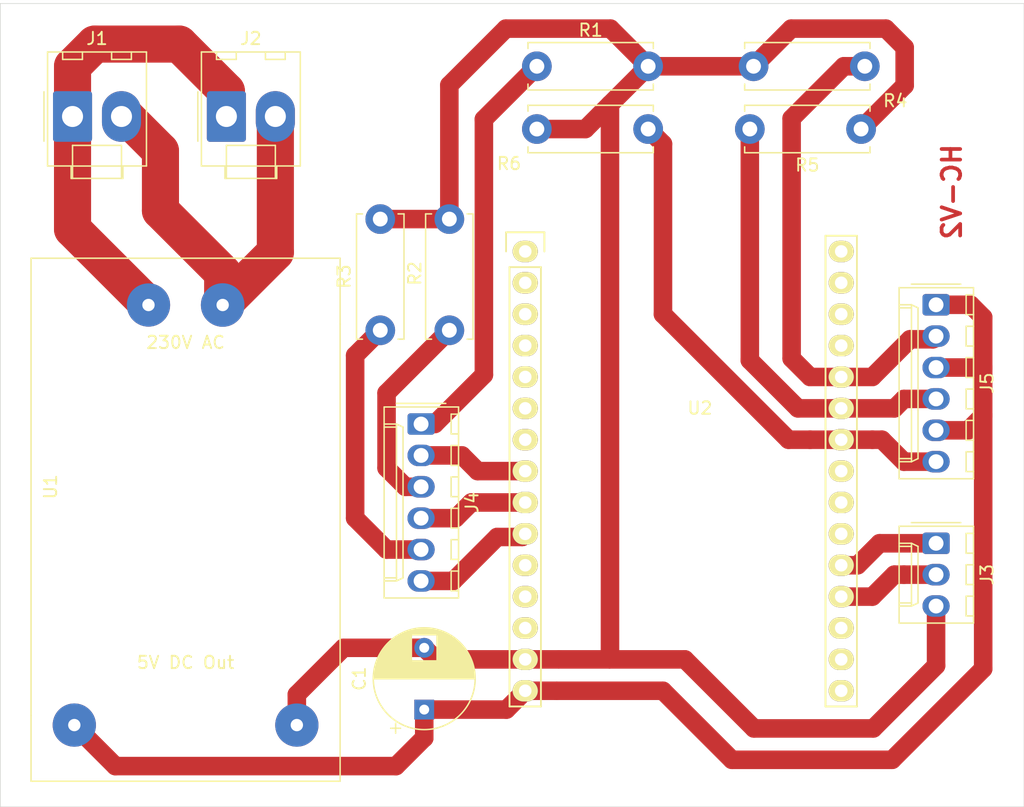
<source format=kicad_pcb>
(kicad_pcb (version 20171130) (host pcbnew 5.1.5-52549c5~86~ubuntu18.04.1)

  (general
    (thickness 1.6)
    (drawings 5)
    (tracks 117)
    (zones 0)
    (modules 17)
    (nets 36)
  )

  (page A4)
  (layers
    (0 F.Cu signal)
    (31 B.Cu signal hide)
    (32 B.Adhes user hide)
    (33 F.Adhes user hide)
    (34 B.Paste user hide)
    (35 F.Paste user hide)
    (36 B.SilkS user hide)
    (37 F.SilkS user)
    (38 B.Mask user hide)
    (39 F.Mask user hide)
    (40 Dwgs.User user hide)
    (41 Cmts.User user hide)
    (42 Eco1.User user hide)
    (43 Eco2.User user hide)
    (44 Edge.Cuts user)
    (45 Margin user hide)
    (46 B.CrtYd user hide)
    (47 F.CrtYd user)
    (48 B.Fab user hide)
    (49 F.Fab user)
  )

  (setup
    (last_trace_width 1.5)
    (user_trace_width 1.5)
    (user_trace_width 3)
    (trace_clearance 0.2)
    (zone_clearance 0.508)
    (zone_45_only no)
    (trace_min 0.2)
    (via_size 0.8)
    (via_drill 0.4)
    (via_min_size 0.4)
    (via_min_drill 0.3)
    (uvia_size 0.3)
    (uvia_drill 0.1)
    (uvias_allowed no)
    (uvia_min_size 0.2)
    (uvia_min_drill 0.1)
    (edge_width 0.05)
    (segment_width 0.2)
    (pcb_text_width 0.3)
    (pcb_text_size 1.5 1.5)
    (mod_edge_width 0.12)
    (mod_text_size 1 1)
    (mod_text_width 0.15)
    (pad_size 1.524 1.524)
    (pad_drill 0.762)
    (pad_to_mask_clearance 0.051)
    (solder_mask_min_width 0.25)
    (aux_axis_origin 0 0)
    (visible_elements FFFFFF7F)
    (pcbplotparams
      (layerselection 0x01020_7fffffff)
      (usegerberextensions false)
      (usegerberattributes false)
      (usegerberadvancedattributes false)
      (creategerberjobfile false)
      (excludeedgelayer true)
      (linewidth 0.100000)
      (plotframeref false)
      (viasonmask false)
      (mode 1)
      (useauxorigin false)
      (hpglpennumber 1)
      (hpglpenspeed 20)
      (hpglpendiameter 15.000000)
      (psnegative false)
      (psa4output false)
      (plotreference true)
      (plotvalue true)
      (plotinvisibletext false)
      (padsonsilk false)
      (subtractmaskfromsilk false)
      (outputformat 1)
      (mirror false)
      (drillshape 0)
      (scaleselection 1)
      (outputdirectory "/home/abby/Desktop/HC-V2/"))
  )

  (net 0 "")
  (net 1 +5V)
  (net 2 GND)
  (net 3 "Net-(J1-Pad1)")
  (net 4 "Net-(J1-Pad2)")
  (net 5 "Net-(J3-Pad1)")
  (net 6 "Net-(J3-Pad2)")
  (net 7 "Net-(J4-Pad2)")
  (net 8 "Net-(J5-Pad2)")
  (net 9 "Net-(U2-Pad1)")
  (net 10 "Net-(U2-Pad2)")
  (net 11 "Net-(U2-Pad3)")
  (net 12 "Net-(U2-Pad4)")
  (net 13 "Net-(U2-Pad5)")
  (net 14 "Net-(U2-Pad6)")
  (net 15 "Net-(U2-Pad7)")
  (net 16 "Net-(U2-Pad11)")
  (net 17 "Net-(U2-Pad12)")
  (net 18 "Net-(U2-Pad13)")
  (net 19 "Net-(U2-Pad30)")
  (net 20 "Net-(U2-Pad18)")
  (net 21 "Net-(U2-Pad17)")
  (net 22 "Net-(U2-Pad16)")
  (net 23 "Net-(U2-Pad22)")
  (net 24 "Net-(U2-Pad23)")
  (net 25 "Net-(U2-Pad21)")
  (net 26 "Net-(U2-Pad28)")
  (net 27 "Net-(U2-Pad27)")
  (net 28 "Net-(U2-Pad29)")
  (net 29 "Net-(J4-Pad1)")
  (net 30 "Net-(J4-Pad3)")
  (net 31 "Net-(J4-Pad4)")
  (net 32 "Net-(J4-Pad5)")
  (net 33 "Net-(J4-Pad6)")
  (net 34 "Net-(J5-Pad6)")
  (net 35 "Net-(J5-Pad4)")

  (net_class Default "This is the default net class."
    (clearance 0.2)
    (trace_width 0.25)
    (via_dia 0.8)
    (via_drill 0.4)
    (uvia_dia 0.3)
    (uvia_drill 0.1)
    (add_net +5V)
    (add_net GND)
    (add_net "Net-(J1-Pad1)")
    (add_net "Net-(J1-Pad2)")
    (add_net "Net-(J3-Pad1)")
    (add_net "Net-(J3-Pad2)")
    (add_net "Net-(J4-Pad1)")
    (add_net "Net-(J4-Pad2)")
    (add_net "Net-(J4-Pad3)")
    (add_net "Net-(J4-Pad4)")
    (add_net "Net-(J4-Pad5)")
    (add_net "Net-(J4-Pad6)")
    (add_net "Net-(J5-Pad2)")
    (add_net "Net-(J5-Pad4)")
    (add_net "Net-(J5-Pad6)")
    (add_net "Net-(U2-Pad1)")
    (add_net "Net-(U2-Pad11)")
    (add_net "Net-(U2-Pad12)")
    (add_net "Net-(U2-Pad13)")
    (add_net "Net-(U2-Pad16)")
    (add_net "Net-(U2-Pad17)")
    (add_net "Net-(U2-Pad18)")
    (add_net "Net-(U2-Pad2)")
    (add_net "Net-(U2-Pad21)")
    (add_net "Net-(U2-Pad22)")
    (add_net "Net-(U2-Pad23)")
    (add_net "Net-(U2-Pad27)")
    (add_net "Net-(U2-Pad28)")
    (add_net "Net-(U2-Pad29)")
    (add_net "Net-(U2-Pad3)")
    (add_net "Net-(U2-Pad30)")
    (add_net "Net-(U2-Pad4)")
    (add_net "Net-(U2-Pad5)")
    (add_net "Net-(U2-Pad6)")
    (add_net "Net-(U2-Pad7)")
  )

  (module gaia-gate:NodeMCU (layer F.Cu) (tedit 5EDB236D) (tstamp 5EBD9C8C)
    (at 102.564001 55.88)
    (descr "Through-hole-mounted NodeMCU 0.9")
    (tags nodemcu)
    (path /5EBFDB17)
    (fp_text reference U2 (at 11.43 12.68) (layer F.SilkS)
      (effects (font (size 1 1) (thickness 0.15)))
    )
    (fp_text value NodeMCU (at 10.719999 27.178) (layer F.Fab)
      (effects (font (size 2 2) (thickness 0.15)))
    )
    (fp_line (start 15.24 37.465) (end 15.24 42.545) (layer F.CrtYd) (width 0.15))
    (fp_line (start 7.62 37.465) (end 15.24 37.465) (layer F.CrtYd) (width 0.15))
    (fp_line (start 7.62 42.545) (end 7.62 37.465) (layer F.CrtYd) (width 0.15))
    (fp_line (start -4.605 42.545) (end -4.605 -6.35) (layer F.CrtYd) (width 0.15))
    (fp_line (start 24.815 42.545) (end -4.572 42.545) (layer F.CrtYd) (width 0.15))
    (fp_line (start 24.765 -6.35) (end 24.765 42.545) (layer F.CrtYd) (width 0.15))
    (fp_line (start -4.605 -6.35) (end 24.815 -6.35) (layer F.CrtYd) (width 0.15))
    (fp_line (start -3.97 1.27) (end -3.97 36.83) (layer F.SilkS) (width 0.15))
    (fp_line (start -3.97 36.83) (end -1.43 36.83) (layer F.SilkS) (width 0.15))
    (fp_line (start -1.43 36.83) (end -1.43 1.27) (layer F.SilkS) (width 0.15))
    (fp_line (start -1.15 -1.55) (end -1.15 0) (layer F.SilkS) (width 0.15))
    (fp_line (start -1.43 1.27) (end -3.97 1.27) (layer F.SilkS) (width 0.15))
    (fp_line (start -4.25 0) (end -4.25 -1.55) (layer F.SilkS) (width 0.15))
    (fp_line (start -4.25 -1.55) (end -1.15 -1.55) (layer F.SilkS) (width 0.15))
    (fp_line (start 21.59 36.83) (end 24.13 36.83) (layer F.SilkS) (width 0.15))
    (fp_line (start 21.59 -1.27) (end 21.59 36.83) (layer F.SilkS) (width 0.15))
    (fp_line (start 24.13 -1.27) (end 21.59 -1.27) (layer F.SilkS) (width 0.15))
    (fp_line (start 24.13 36.83) (end 24.13 -1.27) (layer F.SilkS) (width 0.15))
    (pad 1 thru_hole oval (at -2.7 0) (size 2.032 1.7272) (drill 1.016) (layers *.Cu *.Mask F.SilkS)
      (net 9 "Net-(U2-Pad1)"))
    (pad 2 thru_hole oval (at -2.7 2.54) (size 2.032 1.7272) (drill 1.016) (layers *.Cu *.Mask F.SilkS)
      (net 10 "Net-(U2-Pad2)"))
    (pad 3 thru_hole oval (at -2.7 5.08) (size 2.032 1.7272) (drill 1.016) (layers *.Cu *.Mask F.SilkS)
      (net 11 "Net-(U2-Pad3)"))
    (pad 4 thru_hole oval (at -2.7 7.62) (size 2.032 1.7272) (drill 1.016) (layers *.Cu *.Mask F.SilkS)
      (net 12 "Net-(U2-Pad4)"))
    (pad 5 thru_hole oval (at -2.7 10.16) (size 2.032 1.7272) (drill 1.016) (layers *.Cu *.Mask F.SilkS)
      (net 13 "Net-(U2-Pad5)"))
    (pad 6 thru_hole oval (at -2.7 12.7) (size 2.032 1.7272) (drill 1.016) (layers *.Cu *.Mask F.SilkS)
      (net 14 "Net-(U2-Pad6)"))
    (pad 7 thru_hole oval (at -2.7 15.24) (size 2.032 1.7272) (drill 1.016) (layers *.Cu *.Mask F.SilkS)
      (net 15 "Net-(U2-Pad7)"))
    (pad 8 thru_hole oval (at -2.7 17.78) (size 2.032 1.7272) (drill 1.016) (layers *.Cu *.Mask F.SilkS)
      (net 7 "Net-(J4-Pad2)"))
    (pad 9 thru_hole oval (at -2.7 20.32) (size 2.032 1.7272) (drill 1.016) (layers *.Cu *.Mask F.SilkS)
      (net 31 "Net-(J4-Pad4)"))
    (pad 10 thru_hole oval (at -2.7 22.86) (size 2.032 1.7272) (drill 1.016) (layers *.Cu *.Mask F.SilkS)
      (net 33 "Net-(J4-Pad6)"))
    (pad 11 thru_hole oval (at -2.7 25.4) (size 2.032 1.7272) (drill 1.016) (layers *.Cu *.Mask F.SilkS)
      (net 16 "Net-(U2-Pad11)"))
    (pad 12 thru_hole oval (at -2.7 27.94) (size 2.032 1.7272) (drill 1.016) (layers *.Cu *.Mask F.SilkS)
      (net 17 "Net-(U2-Pad12)"))
    (pad 13 thru_hole oval (at -2.7 30.48) (size 2.032 1.7272) (drill 1.016) (layers *.Cu *.Mask F.SilkS)
      (net 18 "Net-(U2-Pad13)"))
    (pad 14 thru_hole oval (at -2.7 33.02) (size 2.032 1.7272) (drill 1.016) (layers *.Cu *.Mask F.SilkS)
      (net 2 GND))
    (pad 15 thru_hole oval (at -2.7 35.56) (size 2.032 1.7272) (drill 1.016) (layers *.Cu *.Mask F.SilkS)
      (net 1 +5V))
    (pad 30 thru_hole oval (at 22.86 0) (size 2.032 1.7272) (drill 1.016) (layers *.Cu *.Mask F.SilkS)
      (net 19 "Net-(U2-Pad30)"))
    (pad 18 thru_hole oval (at 22.86 30.48) (size 2.032 1.7272) (drill 1.016) (layers *.Cu *.Mask F.SilkS)
      (net 20 "Net-(U2-Pad18)"))
    (pad 17 thru_hole oval (at 22.86 33.02) (size 2.032 1.7272) (drill 1.016) (layers *.Cu *.Mask F.SilkS)
      (net 21 "Net-(U2-Pad17)"))
    (pad 19 thru_hole oval (at 22.86 27.94) (size 2.032 1.7272) (drill 1.016) (layers *.Cu *.Mask F.SilkS)
      (net 6 "Net-(J3-Pad2)"))
    (pad 25 thru_hole oval (at 22.86 12.7) (size 2.032 1.7272) (drill 1.016) (layers *.Cu *.Mask F.SilkS)
      (net 35 "Net-(J5-Pad4)"))
    (pad 26 thru_hole oval (at 22.86 10.16) (size 2.032 1.7272) (drill 1.016) (layers *.Cu *.Mask F.SilkS)
      (net 8 "Net-(J5-Pad2)"))
    (pad 24 thru_hole oval (at 22.86 15.24) (size 2.032 1.7272) (drill 1.016) (layers *.Cu *.Mask F.SilkS)
      (net 34 "Net-(J5-Pad6)"))
    (pad 16 thru_hole oval (at 22.86 35.56) (size 2.032 1.7272) (drill 1.016) (layers *.Cu *.Mask F.SilkS)
      (net 22 "Net-(U2-Pad16)"))
    (pad 22 thru_hole oval (at 22.86 20.32) (size 2.032 1.7272) (drill 1.016) (layers *.Cu *.Mask F.SilkS)
      (net 23 "Net-(U2-Pad22)"))
    (pad 23 thru_hole oval (at 22.86 17.78) (size 2.032 1.7272) (drill 1.016) (layers *.Cu *.Mask F.SilkS)
      (net 24 "Net-(U2-Pad23)"))
    (pad 21 thru_hole oval (at 22.86 22.86) (size 2.032 1.7272) (drill 1.016) (layers *.Cu *.Mask F.SilkS)
      (net 25 "Net-(U2-Pad21)"))
    (pad 20 thru_hole oval (at 22.86 25.4) (size 2.032 1.7272) (drill 1.016) (layers *.Cu *.Mask F.SilkS)
      (net 5 "Net-(J3-Pad1)"))
    (pad 28 thru_hole oval (at 22.86 5.08) (size 2.032 1.7272) (drill 1.016) (layers *.Cu *.Mask F.SilkS)
      (net 26 "Net-(U2-Pad28)"))
    (pad 27 thru_hole oval (at 22.86 7.62) (size 2.032 1.7272) (drill 1.016) (layers *.Cu *.Mask F.SilkS)
      (net 27 "Net-(U2-Pad27)"))
    (pad 29 thru_hole oval (at 22.86 2.54) (size 2.032 1.7272) (drill 1.016) (layers *.Cu *.Mask F.SilkS)
      (net 28 "Net-(U2-Pad29)"))
    (pad "" np_thru_hole circle (at -1.9 39.38) (size 3.2 3.2) (drill 3.2) (layers *.Cu *.Mask))
    (pad "" np_thru_hole circle (at 22 -4.25) (size 3.2 3.2) (drill 3.2) (layers *.Cu *.Mask))
    (pad "" np_thru_hole circle (at -1.95 -4.25) (size 3.2 3.2) (drill 3.2) (layers *.Cu *.Mask))
  )

  (module MountingHole:MountingHole_2.5mm (layer F.Cu) (tedit 56D1B4CB) (tstamp 5EBDCE47)
    (at 88.138 40.64)
    (descr "Mounting Hole 2.5mm, no annular")
    (tags "mounting hole 2.5mm no annular")
    (attr virtual)
    (fp_text reference " " (at 0 -3.5) (layer F.SilkS)
      (effects (font (size 1 1) (thickness 0.15)))
    )
    (fp_text value H (at 0 3.5) (layer F.Fab)
      (effects (font (size 1 1) (thickness 0.15)))
    )
    (fp_text user %R (at 0.3 0.254) (layer F.Fab)
      (effects (font (size 1 1) (thickness 0.15)))
    )
    (fp_circle (center 0 0) (end 2.5 0) (layer Cmts.User) (width 0.15))
    (fp_circle (center 0 0) (end 2.75 0) (layer F.CrtYd) (width 0.05))
    (pad 1 np_thru_hole circle (at 0 0) (size 2.5 2.5) (drill 2.5) (layers *.Cu *.Mask))
  )

  (module MountingHole:MountingHole_2.5mm (layer F.Cu) (tedit 56D1B4CB) (tstamp 5EBDE036)
    (at 136.144 96.52)
    (descr "Mounting Hole 2.5mm, no annular")
    (tags "mounting hole 2.5mm no annular")
    (attr virtual)
    (fp_text reference " " (at 0 -3.5) (layer F.SilkS)
      (effects (font (size 1 1) (thickness 0.15)))
    )
    (fp_text value H (at 0 3.5) (layer F.Fab)
      (effects (font (size 1 1) (thickness 0.15)))
    )
    (fp_text user %R (at 0.3 0) (layer F.Fab)
      (effects (font (size 1 1) (thickness 0.15)))
    )
    (fp_circle (center 0 0) (end 2.5 0) (layer Cmts.User) (width 0.15))
    (fp_circle (center 0 0) (end 2.75 0) (layer F.CrtYd) (width 0.05))
    (pad 1 np_thru_hole circle (at 0 0) (size 2.5 2.5) (drill 2.5) (layers *.Cu *.Mask))
  )

  (module MountingHole:MountingHole_2.5mm (layer F.Cu) (tedit 56D1B4CB) (tstamp 5EDB8227)
    (at 135.89 39.878)
    (descr "Mounting Hole 2.5mm, no annular")
    (tags "mounting hole 2.5mm no annular")
    (attr virtual)
    (fp_text reference " " (at 0 -3.5) (layer F.SilkS)
      (effects (font (size 1 1) (thickness 0.15)))
    )
    (fp_text value H (at 0 3.5) (layer F.Fab)
      (effects (font (size 1 1) (thickness 0.15)))
    )
    (fp_circle (center 0 0) (end 2.75 0) (layer F.CrtYd) (width 0.05))
    (fp_circle (center 0 0) (end 2.5 0) (layer Cmts.User) (width 0.15))
    (fp_text user %R (at -0.762 0) (layer F.Fab)
      (effects (font (size 1 1) (thickness 0.15)))
    )
    (pad 1 np_thru_hole circle (at 0 0) (size 2.5 2.5) (drill 2.5) (layers *.Cu *.Mask))
  )

  (module Capacitor_THT:CP_Radial_D8.0mm_P5.00mm (layer F.Cu) (tedit 5AE50EF0) (tstamp 5EBD9A81)
    (at 91.694 92.964 90)
    (descr "CP, Radial series, Radial, pin pitch=5.00mm, , diameter=8mm, Electrolytic Capacitor")
    (tags "CP Radial series Radial pin pitch 5.00mm  diameter 8mm Electrolytic Capacitor")
    (path /5ECBDB7D)
    (fp_text reference C1 (at 2.5 -5.25 90) (layer F.SilkS)
      (effects (font (size 1 1) (thickness 0.15)))
    )
    (fp_text value CP1 (at 2.5 5.25 90) (layer F.Fab)
      (effects (font (size 1 1) (thickness 0.15)))
    )
    (fp_circle (center 2.5 0) (end 6.5 0) (layer F.Fab) (width 0.1))
    (fp_circle (center 2.5 0) (end 6.62 0) (layer F.SilkS) (width 0.12))
    (fp_circle (center 2.5 0) (end 6.75 0) (layer F.CrtYd) (width 0.05))
    (fp_line (start -0.926759 -1.7475) (end -0.126759 -1.7475) (layer F.Fab) (width 0.1))
    (fp_line (start -0.526759 -2.1475) (end -0.526759 -1.3475) (layer F.Fab) (width 0.1))
    (fp_line (start 2.5 -4.08) (end 2.5 4.08) (layer F.SilkS) (width 0.12))
    (fp_line (start 2.54 -4.08) (end 2.54 4.08) (layer F.SilkS) (width 0.12))
    (fp_line (start 2.58 -4.08) (end 2.58 4.08) (layer F.SilkS) (width 0.12))
    (fp_line (start 2.62 -4.079) (end 2.62 4.079) (layer F.SilkS) (width 0.12))
    (fp_line (start 2.66 -4.077) (end 2.66 4.077) (layer F.SilkS) (width 0.12))
    (fp_line (start 2.7 -4.076) (end 2.7 4.076) (layer F.SilkS) (width 0.12))
    (fp_line (start 2.74 -4.074) (end 2.74 4.074) (layer F.SilkS) (width 0.12))
    (fp_line (start 2.78 -4.071) (end 2.78 4.071) (layer F.SilkS) (width 0.12))
    (fp_line (start 2.82 -4.068) (end 2.82 4.068) (layer F.SilkS) (width 0.12))
    (fp_line (start 2.86 -4.065) (end 2.86 4.065) (layer F.SilkS) (width 0.12))
    (fp_line (start 2.9 -4.061) (end 2.9 4.061) (layer F.SilkS) (width 0.12))
    (fp_line (start 2.94 -4.057) (end 2.94 4.057) (layer F.SilkS) (width 0.12))
    (fp_line (start 2.98 -4.052) (end 2.98 4.052) (layer F.SilkS) (width 0.12))
    (fp_line (start 3.02 -4.048) (end 3.02 4.048) (layer F.SilkS) (width 0.12))
    (fp_line (start 3.06 -4.042) (end 3.06 4.042) (layer F.SilkS) (width 0.12))
    (fp_line (start 3.1 -4.037) (end 3.1 4.037) (layer F.SilkS) (width 0.12))
    (fp_line (start 3.14 -4.03) (end 3.14 4.03) (layer F.SilkS) (width 0.12))
    (fp_line (start 3.18 -4.024) (end 3.18 4.024) (layer F.SilkS) (width 0.12))
    (fp_line (start 3.221 -4.017) (end 3.221 4.017) (layer F.SilkS) (width 0.12))
    (fp_line (start 3.261 -4.01) (end 3.261 4.01) (layer F.SilkS) (width 0.12))
    (fp_line (start 3.301 -4.002) (end 3.301 4.002) (layer F.SilkS) (width 0.12))
    (fp_line (start 3.341 -3.994) (end 3.341 3.994) (layer F.SilkS) (width 0.12))
    (fp_line (start 3.381 -3.985) (end 3.381 3.985) (layer F.SilkS) (width 0.12))
    (fp_line (start 3.421 -3.976) (end 3.421 3.976) (layer F.SilkS) (width 0.12))
    (fp_line (start 3.461 -3.967) (end 3.461 3.967) (layer F.SilkS) (width 0.12))
    (fp_line (start 3.501 -3.957) (end 3.501 3.957) (layer F.SilkS) (width 0.12))
    (fp_line (start 3.541 -3.947) (end 3.541 3.947) (layer F.SilkS) (width 0.12))
    (fp_line (start 3.581 -3.936) (end 3.581 3.936) (layer F.SilkS) (width 0.12))
    (fp_line (start 3.621 -3.925) (end 3.621 3.925) (layer F.SilkS) (width 0.12))
    (fp_line (start 3.661 -3.914) (end 3.661 3.914) (layer F.SilkS) (width 0.12))
    (fp_line (start 3.701 -3.902) (end 3.701 3.902) (layer F.SilkS) (width 0.12))
    (fp_line (start 3.741 -3.889) (end 3.741 3.889) (layer F.SilkS) (width 0.12))
    (fp_line (start 3.781 -3.877) (end 3.781 3.877) (layer F.SilkS) (width 0.12))
    (fp_line (start 3.821 -3.863) (end 3.821 3.863) (layer F.SilkS) (width 0.12))
    (fp_line (start 3.861 -3.85) (end 3.861 3.85) (layer F.SilkS) (width 0.12))
    (fp_line (start 3.901 -3.835) (end 3.901 3.835) (layer F.SilkS) (width 0.12))
    (fp_line (start 3.941 -3.821) (end 3.941 3.821) (layer F.SilkS) (width 0.12))
    (fp_line (start 3.981 -3.805) (end 3.981 -1.04) (layer F.SilkS) (width 0.12))
    (fp_line (start 3.981 1.04) (end 3.981 3.805) (layer F.SilkS) (width 0.12))
    (fp_line (start 4.021 -3.79) (end 4.021 -1.04) (layer F.SilkS) (width 0.12))
    (fp_line (start 4.021 1.04) (end 4.021 3.79) (layer F.SilkS) (width 0.12))
    (fp_line (start 4.061 -3.774) (end 4.061 -1.04) (layer F.SilkS) (width 0.12))
    (fp_line (start 4.061 1.04) (end 4.061 3.774) (layer F.SilkS) (width 0.12))
    (fp_line (start 4.101 -3.757) (end 4.101 -1.04) (layer F.SilkS) (width 0.12))
    (fp_line (start 4.101 1.04) (end 4.101 3.757) (layer F.SilkS) (width 0.12))
    (fp_line (start 4.141 -3.74) (end 4.141 -1.04) (layer F.SilkS) (width 0.12))
    (fp_line (start 4.141 1.04) (end 4.141 3.74) (layer F.SilkS) (width 0.12))
    (fp_line (start 4.181 -3.722) (end 4.181 -1.04) (layer F.SilkS) (width 0.12))
    (fp_line (start 4.181 1.04) (end 4.181 3.722) (layer F.SilkS) (width 0.12))
    (fp_line (start 4.221 -3.704) (end 4.221 -1.04) (layer F.SilkS) (width 0.12))
    (fp_line (start 4.221 1.04) (end 4.221 3.704) (layer F.SilkS) (width 0.12))
    (fp_line (start 4.261 -3.686) (end 4.261 -1.04) (layer F.SilkS) (width 0.12))
    (fp_line (start 4.261 1.04) (end 4.261 3.686) (layer F.SilkS) (width 0.12))
    (fp_line (start 4.301 -3.666) (end 4.301 -1.04) (layer F.SilkS) (width 0.12))
    (fp_line (start 4.301 1.04) (end 4.301 3.666) (layer F.SilkS) (width 0.12))
    (fp_line (start 4.341 -3.647) (end 4.341 -1.04) (layer F.SilkS) (width 0.12))
    (fp_line (start 4.341 1.04) (end 4.341 3.647) (layer F.SilkS) (width 0.12))
    (fp_line (start 4.381 -3.627) (end 4.381 -1.04) (layer F.SilkS) (width 0.12))
    (fp_line (start 4.381 1.04) (end 4.381 3.627) (layer F.SilkS) (width 0.12))
    (fp_line (start 4.421 -3.606) (end 4.421 -1.04) (layer F.SilkS) (width 0.12))
    (fp_line (start 4.421 1.04) (end 4.421 3.606) (layer F.SilkS) (width 0.12))
    (fp_line (start 4.461 -3.584) (end 4.461 -1.04) (layer F.SilkS) (width 0.12))
    (fp_line (start 4.461 1.04) (end 4.461 3.584) (layer F.SilkS) (width 0.12))
    (fp_line (start 4.501 -3.562) (end 4.501 -1.04) (layer F.SilkS) (width 0.12))
    (fp_line (start 4.501 1.04) (end 4.501 3.562) (layer F.SilkS) (width 0.12))
    (fp_line (start 4.541 -3.54) (end 4.541 -1.04) (layer F.SilkS) (width 0.12))
    (fp_line (start 4.541 1.04) (end 4.541 3.54) (layer F.SilkS) (width 0.12))
    (fp_line (start 4.581 -3.517) (end 4.581 -1.04) (layer F.SilkS) (width 0.12))
    (fp_line (start 4.581 1.04) (end 4.581 3.517) (layer F.SilkS) (width 0.12))
    (fp_line (start 4.621 -3.493) (end 4.621 -1.04) (layer F.SilkS) (width 0.12))
    (fp_line (start 4.621 1.04) (end 4.621 3.493) (layer F.SilkS) (width 0.12))
    (fp_line (start 4.661 -3.469) (end 4.661 -1.04) (layer F.SilkS) (width 0.12))
    (fp_line (start 4.661 1.04) (end 4.661 3.469) (layer F.SilkS) (width 0.12))
    (fp_line (start 4.701 -3.444) (end 4.701 -1.04) (layer F.SilkS) (width 0.12))
    (fp_line (start 4.701 1.04) (end 4.701 3.444) (layer F.SilkS) (width 0.12))
    (fp_line (start 4.741 -3.418) (end 4.741 -1.04) (layer F.SilkS) (width 0.12))
    (fp_line (start 4.741 1.04) (end 4.741 3.418) (layer F.SilkS) (width 0.12))
    (fp_line (start 4.781 -3.392) (end 4.781 -1.04) (layer F.SilkS) (width 0.12))
    (fp_line (start 4.781 1.04) (end 4.781 3.392) (layer F.SilkS) (width 0.12))
    (fp_line (start 4.821 -3.365) (end 4.821 -1.04) (layer F.SilkS) (width 0.12))
    (fp_line (start 4.821 1.04) (end 4.821 3.365) (layer F.SilkS) (width 0.12))
    (fp_line (start 4.861 -3.338) (end 4.861 -1.04) (layer F.SilkS) (width 0.12))
    (fp_line (start 4.861 1.04) (end 4.861 3.338) (layer F.SilkS) (width 0.12))
    (fp_line (start 4.901 -3.309) (end 4.901 -1.04) (layer F.SilkS) (width 0.12))
    (fp_line (start 4.901 1.04) (end 4.901 3.309) (layer F.SilkS) (width 0.12))
    (fp_line (start 4.941 -3.28) (end 4.941 -1.04) (layer F.SilkS) (width 0.12))
    (fp_line (start 4.941 1.04) (end 4.941 3.28) (layer F.SilkS) (width 0.12))
    (fp_line (start 4.981 -3.25) (end 4.981 -1.04) (layer F.SilkS) (width 0.12))
    (fp_line (start 4.981 1.04) (end 4.981 3.25) (layer F.SilkS) (width 0.12))
    (fp_line (start 5.021 -3.22) (end 5.021 -1.04) (layer F.SilkS) (width 0.12))
    (fp_line (start 5.021 1.04) (end 5.021 3.22) (layer F.SilkS) (width 0.12))
    (fp_line (start 5.061 -3.189) (end 5.061 -1.04) (layer F.SilkS) (width 0.12))
    (fp_line (start 5.061 1.04) (end 5.061 3.189) (layer F.SilkS) (width 0.12))
    (fp_line (start 5.101 -3.156) (end 5.101 -1.04) (layer F.SilkS) (width 0.12))
    (fp_line (start 5.101 1.04) (end 5.101 3.156) (layer F.SilkS) (width 0.12))
    (fp_line (start 5.141 -3.124) (end 5.141 -1.04) (layer F.SilkS) (width 0.12))
    (fp_line (start 5.141 1.04) (end 5.141 3.124) (layer F.SilkS) (width 0.12))
    (fp_line (start 5.181 -3.09) (end 5.181 -1.04) (layer F.SilkS) (width 0.12))
    (fp_line (start 5.181 1.04) (end 5.181 3.09) (layer F.SilkS) (width 0.12))
    (fp_line (start 5.221 -3.055) (end 5.221 -1.04) (layer F.SilkS) (width 0.12))
    (fp_line (start 5.221 1.04) (end 5.221 3.055) (layer F.SilkS) (width 0.12))
    (fp_line (start 5.261 -3.019) (end 5.261 -1.04) (layer F.SilkS) (width 0.12))
    (fp_line (start 5.261 1.04) (end 5.261 3.019) (layer F.SilkS) (width 0.12))
    (fp_line (start 5.301 -2.983) (end 5.301 -1.04) (layer F.SilkS) (width 0.12))
    (fp_line (start 5.301 1.04) (end 5.301 2.983) (layer F.SilkS) (width 0.12))
    (fp_line (start 5.341 -2.945) (end 5.341 -1.04) (layer F.SilkS) (width 0.12))
    (fp_line (start 5.341 1.04) (end 5.341 2.945) (layer F.SilkS) (width 0.12))
    (fp_line (start 5.381 -2.907) (end 5.381 -1.04) (layer F.SilkS) (width 0.12))
    (fp_line (start 5.381 1.04) (end 5.381 2.907) (layer F.SilkS) (width 0.12))
    (fp_line (start 5.421 -2.867) (end 5.421 -1.04) (layer F.SilkS) (width 0.12))
    (fp_line (start 5.421 1.04) (end 5.421 2.867) (layer F.SilkS) (width 0.12))
    (fp_line (start 5.461 -2.826) (end 5.461 -1.04) (layer F.SilkS) (width 0.12))
    (fp_line (start 5.461 1.04) (end 5.461 2.826) (layer F.SilkS) (width 0.12))
    (fp_line (start 5.501 -2.784) (end 5.501 -1.04) (layer F.SilkS) (width 0.12))
    (fp_line (start 5.501 1.04) (end 5.501 2.784) (layer F.SilkS) (width 0.12))
    (fp_line (start 5.541 -2.741) (end 5.541 -1.04) (layer F.SilkS) (width 0.12))
    (fp_line (start 5.541 1.04) (end 5.541 2.741) (layer F.SilkS) (width 0.12))
    (fp_line (start 5.581 -2.697) (end 5.581 -1.04) (layer F.SilkS) (width 0.12))
    (fp_line (start 5.581 1.04) (end 5.581 2.697) (layer F.SilkS) (width 0.12))
    (fp_line (start 5.621 -2.651) (end 5.621 -1.04) (layer F.SilkS) (width 0.12))
    (fp_line (start 5.621 1.04) (end 5.621 2.651) (layer F.SilkS) (width 0.12))
    (fp_line (start 5.661 -2.604) (end 5.661 -1.04) (layer F.SilkS) (width 0.12))
    (fp_line (start 5.661 1.04) (end 5.661 2.604) (layer F.SilkS) (width 0.12))
    (fp_line (start 5.701 -2.556) (end 5.701 -1.04) (layer F.SilkS) (width 0.12))
    (fp_line (start 5.701 1.04) (end 5.701 2.556) (layer F.SilkS) (width 0.12))
    (fp_line (start 5.741 -2.505) (end 5.741 -1.04) (layer F.SilkS) (width 0.12))
    (fp_line (start 5.741 1.04) (end 5.741 2.505) (layer F.SilkS) (width 0.12))
    (fp_line (start 5.781 -2.454) (end 5.781 -1.04) (layer F.SilkS) (width 0.12))
    (fp_line (start 5.781 1.04) (end 5.781 2.454) (layer F.SilkS) (width 0.12))
    (fp_line (start 5.821 -2.4) (end 5.821 -1.04) (layer F.SilkS) (width 0.12))
    (fp_line (start 5.821 1.04) (end 5.821 2.4) (layer F.SilkS) (width 0.12))
    (fp_line (start 5.861 -2.345) (end 5.861 -1.04) (layer F.SilkS) (width 0.12))
    (fp_line (start 5.861 1.04) (end 5.861 2.345) (layer F.SilkS) (width 0.12))
    (fp_line (start 5.901 -2.287) (end 5.901 -1.04) (layer F.SilkS) (width 0.12))
    (fp_line (start 5.901 1.04) (end 5.901 2.287) (layer F.SilkS) (width 0.12))
    (fp_line (start 5.941 -2.228) (end 5.941 -1.04) (layer F.SilkS) (width 0.12))
    (fp_line (start 5.941 1.04) (end 5.941 2.228) (layer F.SilkS) (width 0.12))
    (fp_line (start 5.981 -2.166) (end 5.981 -1.04) (layer F.SilkS) (width 0.12))
    (fp_line (start 5.981 1.04) (end 5.981 2.166) (layer F.SilkS) (width 0.12))
    (fp_line (start 6.021 -2.102) (end 6.021 -1.04) (layer F.SilkS) (width 0.12))
    (fp_line (start 6.021 1.04) (end 6.021 2.102) (layer F.SilkS) (width 0.12))
    (fp_line (start 6.061 -2.034) (end 6.061 2.034) (layer F.SilkS) (width 0.12))
    (fp_line (start 6.101 -1.964) (end 6.101 1.964) (layer F.SilkS) (width 0.12))
    (fp_line (start 6.141 -1.89) (end 6.141 1.89) (layer F.SilkS) (width 0.12))
    (fp_line (start 6.181 -1.813) (end 6.181 1.813) (layer F.SilkS) (width 0.12))
    (fp_line (start 6.221 -1.731) (end 6.221 1.731) (layer F.SilkS) (width 0.12))
    (fp_line (start 6.261 -1.645) (end 6.261 1.645) (layer F.SilkS) (width 0.12))
    (fp_line (start 6.301 -1.552) (end 6.301 1.552) (layer F.SilkS) (width 0.12))
    (fp_line (start 6.341 -1.453) (end 6.341 1.453) (layer F.SilkS) (width 0.12))
    (fp_line (start 6.381 -1.346) (end 6.381 1.346) (layer F.SilkS) (width 0.12))
    (fp_line (start 6.421 -1.229) (end 6.421 1.229) (layer F.SilkS) (width 0.12))
    (fp_line (start 6.461 -1.098) (end 6.461 1.098) (layer F.SilkS) (width 0.12))
    (fp_line (start 6.501 -0.948) (end 6.501 0.948) (layer F.SilkS) (width 0.12))
    (fp_line (start 6.541 -0.768) (end 6.541 0.768) (layer F.SilkS) (width 0.12))
    (fp_line (start 6.581 -0.533) (end 6.581 0.533) (layer F.SilkS) (width 0.12))
    (fp_line (start -1.909698 -2.315) (end -1.109698 -2.315) (layer F.SilkS) (width 0.12))
    (fp_line (start -1.509698 -2.715) (end -1.509698 -1.915) (layer F.SilkS) (width 0.12))
    (fp_text user %R (at 2.5 0 90) (layer F.Fab)
      (effects (font (size 1 1) (thickness 0.15)))
    )
    (pad 1 thru_hole rect (at 0 0 90) (size 1.6 1.6) (drill 0.8) (layers *.Cu *.Mask)
      (net 1 +5V))
    (pad 2 thru_hole circle (at 5 0 90) (size 1.6 1.6) (drill 0.8) (layers *.Cu *.Mask)
      (net 2 GND))
    (model ${KISYS3DMOD}/Capacitor_THT.3dshapes/CP_Radial_D8.0mm_P5.00mm.wrl
      (at (xyz 0 0 0))
      (scale (xyz 1 1 1))
      (rotate (xyz 0 0 0))
    )
  )

  (module Connector_Molex:Molex_KK-396_A-41791-0002_1x02_P3.96mm_Vertical (layer F.Cu) (tedit 5DC431B4) (tstamp 5EBDCBF1)
    (at 63.246 44.958)
    (descr "Molex KK 396 Interconnect System, old/engineering part number: A-41791-0002 example for new part number: 26-60-4020, 2 Pins (https://www.molex.com/pdm_docs/sd/026604020_sd.pdf), generated with kicad-footprint-generator")
    (tags "connector Molex KK-396 vertical")
    (path /5EC0B9F1)
    (fp_text reference J1 (at 1.98 -6.31) (layer F.SilkS)
      (effects (font (size 1 1) (thickness 0.15)))
    )
    (fp_text value supply (at 1.98 6.1) (layer F.Fab)
      (effects (font (size 1 1) (thickness 0.15)))
    )
    (fp_line (start -1.91 -5.11) (end 5.87 -5.11) (layer F.Fab) (width 0.1))
    (fp_line (start 5.87 -5.11) (end 5.87 3.895) (layer F.Fab) (width 0.1))
    (fp_line (start 5.87 3.895) (end 3.965 3.895) (layer F.Fab) (width 0.1))
    (fp_line (start 3.965 3.895) (end 3.965 4.9) (layer F.Fab) (width 0.1))
    (fp_line (start 3.965 4.9) (end -0.005 4.9) (layer F.Fab) (width 0.1))
    (fp_line (start -0.005 4.9) (end -0.005 3.895) (layer F.Fab) (width 0.1))
    (fp_line (start -0.005 3.895) (end -1.91 3.895) (layer F.Fab) (width 0.1))
    (fp_line (start -1.91 3.895) (end -1.91 -5.11) (layer F.Fab) (width 0.1))
    (fp_line (start -2.02 -5.22) (end 5.98 -5.22) (layer F.SilkS) (width 0.12))
    (fp_line (start 5.98 -5.22) (end 5.98 4.005) (layer F.SilkS) (width 0.12))
    (fp_line (start 5.98 4.005) (end 4.075 4.005) (layer F.SilkS) (width 0.12))
    (fp_line (start 4.075 4.005) (end 4.075 5.01) (layer F.SilkS) (width 0.12))
    (fp_line (start 4.075 5.01) (end -0.115 5.01) (layer F.SilkS) (width 0.12))
    (fp_line (start -0.115 5.01) (end -0.115 4.005) (layer F.SilkS) (width 0.12))
    (fp_line (start -0.115 4.005) (end -2.02 4.005) (layer F.SilkS) (width 0.12))
    (fp_line (start -2.02 4.005) (end -2.02 -5.22) (layer F.SilkS) (width 0.12))
    (fp_line (start -2.31 -2) (end -2.31 2) (layer F.SilkS) (width 0.12))
    (fp_line (start -1.91 -0.5) (end -1.202893 0) (layer F.Fab) (width 0.1))
    (fp_line (start -1.202893 0) (end -1.91 0.5) (layer F.Fab) (width 0.1))
    (fp_line (start 0 5.01) (end 0 4.01) (layer F.SilkS) (width 0.12))
    (fp_line (start 0 4.01) (end 3.96 4.01) (layer F.SilkS) (width 0.12))
    (fp_line (start 3.96 4.01) (end 3.96 5.01) (layer F.SilkS) (width 0.12))
    (fp_line (start 0 4.01) (end 0 2.34) (layer F.SilkS) (width 0.12))
    (fp_line (start 0 2.34) (end 3.96 2.34) (layer F.SilkS) (width 0.12))
    (fp_line (start 3.96 2.34) (end 3.96 4.01) (layer F.SilkS) (width 0.12))
    (fp_line (start -0.8 -5.22) (end -0.8 -4.62) (layer F.SilkS) (width 0.12))
    (fp_line (start -0.8 -4.62) (end 0.8 -4.62) (layer F.SilkS) (width 0.12))
    (fp_line (start 0.8 -4.62) (end 0.8 -5.22) (layer F.SilkS) (width 0.12))
    (fp_line (start 3.16 -5.22) (end 3.16 -4.62) (layer F.SilkS) (width 0.12))
    (fp_line (start 3.16 -4.62) (end 4.76 -4.62) (layer F.SilkS) (width 0.12))
    (fp_line (start 4.76 -4.62) (end 4.76 -5.22) (layer F.SilkS) (width 0.12))
    (fp_line (start -2.41 -5.61) (end -2.41 5.4) (layer F.CrtYd) (width 0.05))
    (fp_line (start -2.41 5.4) (end 6.37 5.4) (layer F.CrtYd) (width 0.05))
    (fp_line (start 6.37 5.4) (end 6.37 -5.61) (layer F.CrtYd) (width 0.05))
    (fp_line (start 6.37 -5.61) (end -2.41 -5.61) (layer F.CrtYd) (width 0.05))
    (fp_text user %R (at 1.98 -4.41) (layer F.Fab)
      (effects (font (size 1 1) (thickness 0.15)))
    )
    (pad 1 thru_hole roundrect (at 0 0) (size 3.16 4.1) (drill 1.7) (layers *.Cu *.Mask) (roundrect_rratio 0.079114)
      (net 3 "Net-(J1-Pad1)"))
    (pad 2 thru_hole oval (at 3.96 0) (size 3.16 4.1) (drill 1.7) (layers *.Cu *.Mask)
      (net 4 "Net-(J1-Pad2)"))
    (model ${KISYS3DMOD}/Connector_Molex.3dshapes/Molex_KK-396_A-41791-0002_1x02_P3.96mm_Vertical.wrl
      (at (xyz 0 0 0))
      (scale (xyz 1 1 1))
      (rotate (xyz 0 0 0))
    )
  )

  (module Connector_Molex:Molex_KK-396_A-41791-0002_1x02_P3.96mm_Vertical (layer F.Cu) (tedit 5DC431B4) (tstamp 5EBDCC84)
    (at 75.692 44.958)
    (descr "Molex KK 396 Interconnect System, old/engineering part number: A-41791-0002 example for new part number: 26-60-4020, 2 Pins (https://www.molex.com/pdm_docs/sd/026604020_sd.pdf), generated with kicad-footprint-generator")
    (tags "connector Molex KK-396 vertical")
    (path /5EC0C4F3)
    (fp_text reference J2 (at 1.98 -6.31) (layer F.SilkS)
      (effects (font (size 1 1) (thickness 0.15)))
    )
    (fp_text value motor (at 1.98 6.1) (layer F.Fab)
      (effects (font (size 1 1) (thickness 0.15)))
    )
    (fp_text user %R (at 1.98 -4.41) (layer F.Fab)
      (effects (font (size 1 1) (thickness 0.15)))
    )
    (fp_line (start 6.37 -5.61) (end -2.41 -5.61) (layer F.CrtYd) (width 0.05))
    (fp_line (start 6.37 5.4) (end 6.37 -5.61) (layer F.CrtYd) (width 0.05))
    (fp_line (start -2.41 5.4) (end 6.37 5.4) (layer F.CrtYd) (width 0.05))
    (fp_line (start -2.41 -5.61) (end -2.41 5.4) (layer F.CrtYd) (width 0.05))
    (fp_line (start 4.76 -4.62) (end 4.76 -5.22) (layer F.SilkS) (width 0.12))
    (fp_line (start 3.16 -4.62) (end 4.76 -4.62) (layer F.SilkS) (width 0.12))
    (fp_line (start 3.16 -5.22) (end 3.16 -4.62) (layer F.SilkS) (width 0.12))
    (fp_line (start 0.8 -4.62) (end 0.8 -5.22) (layer F.SilkS) (width 0.12))
    (fp_line (start -0.8 -4.62) (end 0.8 -4.62) (layer F.SilkS) (width 0.12))
    (fp_line (start -0.8 -5.22) (end -0.8 -4.62) (layer F.SilkS) (width 0.12))
    (fp_line (start 3.96 2.34) (end 3.96 4.01) (layer F.SilkS) (width 0.12))
    (fp_line (start 0 2.34) (end 3.96 2.34) (layer F.SilkS) (width 0.12))
    (fp_line (start 0 4.01) (end 0 2.34) (layer F.SilkS) (width 0.12))
    (fp_line (start 3.96 4.01) (end 3.96 5.01) (layer F.SilkS) (width 0.12))
    (fp_line (start 0 4.01) (end 3.96 4.01) (layer F.SilkS) (width 0.12))
    (fp_line (start 0 5.01) (end 0 4.01) (layer F.SilkS) (width 0.12))
    (fp_line (start -1.202893 0) (end -1.91 0.5) (layer F.Fab) (width 0.1))
    (fp_line (start -1.91 -0.5) (end -1.202893 0) (layer F.Fab) (width 0.1))
    (fp_line (start -2.31 -2) (end -2.31 2) (layer F.SilkS) (width 0.12))
    (fp_line (start -2.02 4.005) (end -2.02 -5.22) (layer F.SilkS) (width 0.12))
    (fp_line (start -0.115 4.005) (end -2.02 4.005) (layer F.SilkS) (width 0.12))
    (fp_line (start -0.115 5.01) (end -0.115 4.005) (layer F.SilkS) (width 0.12))
    (fp_line (start 4.075 5.01) (end -0.115 5.01) (layer F.SilkS) (width 0.12))
    (fp_line (start 4.075 4.005) (end 4.075 5.01) (layer F.SilkS) (width 0.12))
    (fp_line (start 5.98 4.005) (end 4.075 4.005) (layer F.SilkS) (width 0.12))
    (fp_line (start 5.98 -5.22) (end 5.98 4.005) (layer F.SilkS) (width 0.12))
    (fp_line (start -2.02 -5.22) (end 5.98 -5.22) (layer F.SilkS) (width 0.12))
    (fp_line (start -1.91 3.895) (end -1.91 -5.11) (layer F.Fab) (width 0.1))
    (fp_line (start -0.005 3.895) (end -1.91 3.895) (layer F.Fab) (width 0.1))
    (fp_line (start -0.005 4.9) (end -0.005 3.895) (layer F.Fab) (width 0.1))
    (fp_line (start 3.965 4.9) (end -0.005 4.9) (layer F.Fab) (width 0.1))
    (fp_line (start 3.965 3.895) (end 3.965 4.9) (layer F.Fab) (width 0.1))
    (fp_line (start 5.87 3.895) (end 3.965 3.895) (layer F.Fab) (width 0.1))
    (fp_line (start 5.87 -5.11) (end 5.87 3.895) (layer F.Fab) (width 0.1))
    (fp_line (start -1.91 -5.11) (end 5.87 -5.11) (layer F.Fab) (width 0.1))
    (pad 2 thru_hole oval (at 3.96 0) (size 3.16 4.1) (drill 1.7) (layers *.Cu *.Mask)
      (net 4 "Net-(J1-Pad2)"))
    (pad 1 thru_hole roundrect (at 0 0) (size 3.16 4.1) (drill 1.7) (layers *.Cu *.Mask) (roundrect_rratio 0.079114)
      (net 3 "Net-(J1-Pad1)"))
    (model ${KISYS3DMOD}/Connector_Molex.3dshapes/Molex_KK-396_A-41791-0002_1x02_P3.96mm_Vertical.wrl
      (at (xyz 0 0 0))
      (scale (xyz 1 1 1))
      (rotate (xyz 0 0 0))
    )
  )

  (module gaia_gate:resistor (layer F.Cu) (tedit 5EBAD3AE) (tstamp 5EBDB059)
    (at 98.806 40.894)
    (descr "Resistor, Axial_DIN0411 series, Axial, Horizontal, pin pitch=12.7mm, 1W, length*diameter=9.9*3.6mm^2")
    (tags "Resistor Axial_DIN0411 series Axial Horizontal pin pitch 12.7mm 1W length 9.9mm diameter 3.6mm")
    (path /5EC7006B)
    (fp_text reference R1 (at 6.35 -2.92 180) (layer F.SilkS)
      (effects (font (size 1 1) (thickness 0.15)))
    )
    (fp_text value 330E (at 6.35 2.92 180) (layer F.Fab)
      (effects (font (size 1 1) (thickness 0.15)))
    )
    (fp_text user %R (at 6.35 0 180) (layer F.Fab)
      (effects (font (size 1 1) (thickness 0.15)))
    )
    (fp_line (start 14.15 -2.05) (end -1.45 -2.05) (layer F.CrtYd) (width 0.05))
    (fp_line (start 14.15 2.05) (end 14.15 -2.05) (layer F.CrtYd) (width 0.05))
    (fp_line (start -1.45 2.05) (end 14.15 2.05) (layer F.CrtYd) (width 0.05))
    (fp_line (start -1.45 -2.05) (end -1.45 2.05) (layer F.CrtYd) (width 0.05))
    (fp_line (start 11.42 1.92) (end 11.42 1.44) (layer F.SilkS) (width 0.12))
    (fp_line (start 1.28 1.92) (end 11.42 1.92) (layer F.SilkS) (width 0.12))
    (fp_line (start 1.28 1.44) (end 1.28 1.92) (layer F.SilkS) (width 0.12))
    (fp_line (start 11.42 -1.92) (end 11.42 -1.44) (layer F.SilkS) (width 0.12))
    (fp_line (start 1.28 -1.92) (end 11.42 -1.92) (layer F.SilkS) (width 0.12))
    (fp_line (start 1.28 -1.44) (end 1.28 -1.92) (layer F.SilkS) (width 0.12))
    (fp_line (start 12.7 0) (end 11.3 0) (layer F.Fab) (width 0.1))
    (fp_line (start 0 0) (end 1.4 0) (layer F.Fab) (width 0.1))
    (fp_line (start 11.3 -1.8) (end 1.4 -1.8) (layer F.Fab) (width 0.1))
    (fp_line (start 11.3 1.8) (end 11.3 -1.8) (layer F.Fab) (width 0.1))
    (fp_line (start 1.4 1.8) (end 11.3 1.8) (layer F.Fab) (width 0.1))
    (fp_line (start 1.4 -1.8) (end 1.4 1.8) (layer F.Fab) (width 0.1))
    (pad 2 thru_hole oval (at 11 0) (size 2.4 2.4) (drill 1.2) (layers *.Cu *.Mask)
      (net 2 GND))
    (pad 1 thru_hole circle (at 2 0) (size 2.4 2.4) (drill 1.2) (layers *.Cu *.Mask)
      (net 29 "Net-(J4-Pad1)"))
    (model ${KISYS3DMOD}/Resistor_THT.3dshapes/R_Axial_DIN0411_L9.9mm_D3.6mm_P12.70mm_Horizontal.wrl
      (at (xyz 0 0 0))
      (scale (xyz 1 1 1))
      (rotate (xyz 0 0 0))
    )
  )

  (module gaia_gate:resistor (layer F.Cu) (tedit 5EBAD3AE) (tstamp 5EDB27E1)
    (at 93.726 64.262 90)
    (descr "Resistor, Axial_DIN0411 series, Axial, Horizontal, pin pitch=12.7mm, 1W, length*diameter=9.9*3.6mm^2")
    (tags "Resistor Axial_DIN0411 series Axial Horizontal pin pitch 12.7mm 1W length 9.9mm diameter 3.6mm")
    (path /5EC70E18)
    (fp_text reference R2 (at 6.604 -2.794 270) (layer F.SilkS)
      (effects (font (size 1 1) (thickness 0.15)))
    )
    (fp_text value 330E (at 6.35 2.92 270) (layer F.Fab)
      (effects (font (size 1 1) (thickness 0.15)))
    )
    (fp_line (start 1.4 -1.8) (end 1.4 1.8) (layer F.Fab) (width 0.1))
    (fp_line (start 1.4 1.8) (end 11.3 1.8) (layer F.Fab) (width 0.1))
    (fp_line (start 11.3 1.8) (end 11.3 -1.8) (layer F.Fab) (width 0.1))
    (fp_line (start 11.3 -1.8) (end 1.4 -1.8) (layer F.Fab) (width 0.1))
    (fp_line (start 0 0) (end 1.4 0) (layer F.Fab) (width 0.1))
    (fp_line (start 12.7 0) (end 11.3 0) (layer F.Fab) (width 0.1))
    (fp_line (start 1.28 -1.44) (end 1.28 -1.92) (layer F.SilkS) (width 0.12))
    (fp_line (start 1.28 -1.92) (end 11.42 -1.92) (layer F.SilkS) (width 0.12))
    (fp_line (start 11.42 -1.92) (end 11.42 -1.44) (layer F.SilkS) (width 0.12))
    (fp_line (start 1.28 1.44) (end 1.28 1.92) (layer F.SilkS) (width 0.12))
    (fp_line (start 1.28 1.92) (end 11.42 1.92) (layer F.SilkS) (width 0.12))
    (fp_line (start 11.42 1.92) (end 11.42 1.44) (layer F.SilkS) (width 0.12))
    (fp_line (start -1.45 -2.05) (end -1.45 2.05) (layer F.CrtYd) (width 0.05))
    (fp_line (start -1.45 2.05) (end 14.15 2.05) (layer F.CrtYd) (width 0.05))
    (fp_line (start 14.15 2.05) (end 14.15 -2.05) (layer F.CrtYd) (width 0.05))
    (fp_line (start 14.15 -2.05) (end -1.45 -2.05) (layer F.CrtYd) (width 0.05))
    (fp_text user %R (at 6.35 0 270) (layer F.Fab)
      (effects (font (size 1 1) (thickness 0.15)))
    )
    (pad 1 thru_hole circle (at 2 0 90) (size 2.4 2.4) (drill 1.2) (layers *.Cu *.Mask)
      (net 30 "Net-(J4-Pad3)"))
    (pad 2 thru_hole oval (at 11 0 90) (size 2.4 2.4) (drill 1.2) (layers *.Cu *.Mask)
      (net 2 GND))
    (model ${KISYS3DMOD}/Resistor_THT.3dshapes/R_Axial_DIN0411_L9.9mm_D3.6mm_P12.70mm_Horizontal.wrl
      (at (xyz 0 0 0))
      (scale (xyz 1 1 1))
      (rotate (xyz 0 0 0))
    )
  )

  (module gaia_gate:resistor (layer F.Cu) (tedit 5EBAD3AE) (tstamp 5EBDB0F5)
    (at 88.138 64.262 90)
    (descr "Resistor, Axial_DIN0411 series, Axial, Horizontal, pin pitch=12.7mm, 1W, length*diameter=9.9*3.6mm^2")
    (tags "Resistor Axial_DIN0411 series Axial Horizontal pin pitch 12.7mm 1W length 9.9mm diameter 3.6mm")
    (path /5EC71A9A)
    (fp_text reference R3 (at 6.35 -2.92 270) (layer F.SilkS)
      (effects (font (size 1 1) (thickness 0.15)))
    )
    (fp_text value 330E (at 6.35 2.92 270) (layer F.Fab)
      (effects (font (size 1 1) (thickness 0.15)))
    )
    (fp_text user %R (at 6.35 0 270) (layer F.Fab)
      (effects (font (size 1 1) (thickness 0.15)))
    )
    (fp_line (start 14.15 -2.05) (end -1.45 -2.05) (layer F.CrtYd) (width 0.05))
    (fp_line (start 14.15 2.05) (end 14.15 -2.05) (layer F.CrtYd) (width 0.05))
    (fp_line (start -1.45 2.05) (end 14.15 2.05) (layer F.CrtYd) (width 0.05))
    (fp_line (start -1.45 -2.05) (end -1.45 2.05) (layer F.CrtYd) (width 0.05))
    (fp_line (start 11.42 1.92) (end 11.42 1.44) (layer F.SilkS) (width 0.12))
    (fp_line (start 1.28 1.92) (end 11.42 1.92) (layer F.SilkS) (width 0.12))
    (fp_line (start 1.28 1.44) (end 1.28 1.92) (layer F.SilkS) (width 0.12))
    (fp_line (start 11.42 -1.92) (end 11.42 -1.44) (layer F.SilkS) (width 0.12))
    (fp_line (start 1.28 -1.92) (end 11.42 -1.92) (layer F.SilkS) (width 0.12))
    (fp_line (start 1.28 -1.44) (end 1.28 -1.92) (layer F.SilkS) (width 0.12))
    (fp_line (start 12.7 0) (end 11.3 0) (layer F.Fab) (width 0.1))
    (fp_line (start 0 0) (end 1.4 0) (layer F.Fab) (width 0.1))
    (fp_line (start 11.3 -1.8) (end 1.4 -1.8) (layer F.Fab) (width 0.1))
    (fp_line (start 11.3 1.8) (end 11.3 -1.8) (layer F.Fab) (width 0.1))
    (fp_line (start 1.4 1.8) (end 11.3 1.8) (layer F.Fab) (width 0.1))
    (fp_line (start 1.4 -1.8) (end 1.4 1.8) (layer F.Fab) (width 0.1))
    (pad 2 thru_hole oval (at 11 0 90) (size 2.4 2.4) (drill 1.2) (layers *.Cu *.Mask)
      (net 2 GND))
    (pad 1 thru_hole circle (at 2 0 90) (size 2.4 2.4) (drill 1.2) (layers *.Cu *.Mask)
      (net 32 "Net-(J4-Pad5)"))
    (model ${KISYS3DMOD}/Resistor_THT.3dshapes/R_Axial_DIN0411_L9.9mm_D3.6mm_P12.70mm_Horizontal.wrl
      (at (xyz 0 0 0))
      (scale (xyz 1 1 1))
      (rotate (xyz 0 0 0))
    )
  )

  (module gaia_gate:resistor (layer F.Cu) (tedit 5EBAD3AE) (tstamp 5EBDB1D3)
    (at 116.332 40.894)
    (descr "Resistor, Axial_DIN0411 series, Axial, Horizontal, pin pitch=12.7mm, 1W, length*diameter=9.9*3.6mm^2")
    (tags "Resistor Axial_DIN0411 series Axial Horizontal pin pitch 12.7mm 1W length 9.9mm diameter 3.6mm")
    (path /5EC15B9A)
    (fp_text reference R4 (at 13.462 2.794 180) (layer F.SilkS)
      (effects (font (size 1 1) (thickness 0.15)))
    )
    (fp_text value 10K (at 6.35 2.92 180) (layer F.Fab)
      (effects (font (size 1 1) (thickness 0.15)))
    )
    (fp_line (start 1.4 -1.8) (end 1.4 1.8) (layer F.Fab) (width 0.1))
    (fp_line (start 1.4 1.8) (end 11.3 1.8) (layer F.Fab) (width 0.1))
    (fp_line (start 11.3 1.8) (end 11.3 -1.8) (layer F.Fab) (width 0.1))
    (fp_line (start 11.3 -1.8) (end 1.4 -1.8) (layer F.Fab) (width 0.1))
    (fp_line (start 0 0) (end 1.4 0) (layer F.Fab) (width 0.1))
    (fp_line (start 12.7 0) (end 11.3 0) (layer F.Fab) (width 0.1))
    (fp_line (start 1.28 -1.44) (end 1.28 -1.92) (layer F.SilkS) (width 0.12))
    (fp_line (start 1.28 -1.92) (end 11.42 -1.92) (layer F.SilkS) (width 0.12))
    (fp_line (start 11.42 -1.92) (end 11.42 -1.44) (layer F.SilkS) (width 0.12))
    (fp_line (start 1.28 1.44) (end 1.28 1.92) (layer F.SilkS) (width 0.12))
    (fp_line (start 1.28 1.92) (end 11.42 1.92) (layer F.SilkS) (width 0.12))
    (fp_line (start 11.42 1.92) (end 11.42 1.44) (layer F.SilkS) (width 0.12))
    (fp_line (start -1.45 -2.05) (end -1.45 2.05) (layer F.CrtYd) (width 0.05))
    (fp_line (start -1.45 2.05) (end 14.15 2.05) (layer F.CrtYd) (width 0.05))
    (fp_line (start 14.15 2.05) (end 14.15 -2.05) (layer F.CrtYd) (width 0.05))
    (fp_line (start 14.15 -2.05) (end -1.45 -2.05) (layer F.CrtYd) (width 0.05))
    (fp_text user %R (at 6.35 0 180) (layer F.Fab)
      (effects (font (size 1 1) (thickness 0.15)))
    )
    (pad 1 thru_hole circle (at 2 0) (size 2.4 2.4) (drill 1.2) (layers *.Cu *.Mask)
      (net 2 GND))
    (pad 2 thru_hole oval (at 11 0) (size 2.4 2.4) (drill 1.2) (layers *.Cu *.Mask)
      (net 8 "Net-(J5-Pad2)"))
    (model ${KISYS3DMOD}/Resistor_THT.3dshapes/R_Axial_DIN0411_L9.9mm_D3.6mm_P12.70mm_Horizontal.wrl
      (at (xyz 0 0 0))
      (scale (xyz 1 1 1))
      (rotate (xyz 0 0 0))
    )
  )

  (module gaia_gate:resistor (layer F.Cu) (tedit 5EBAD3AE) (tstamp 5EBD9C2D)
    (at 129.032 45.974 180)
    (descr "Resistor, Axial_DIN0411 series, Axial, Horizontal, pin pitch=12.7mm, 1W, length*diameter=9.9*3.6mm^2")
    (tags "Resistor Axial_DIN0411 series Axial Horizontal pin pitch 12.7mm 1W length 9.9mm diameter 3.6mm")
    (path /5EC1817A)
    (fp_text reference R5 (at 6.35 -2.92 180) (layer F.SilkS)
      (effects (font (size 1 1) (thickness 0.15)))
    )
    (fp_text value 10K (at 6.35 2.92 180) (layer F.Fab)
      (effects (font (size 1 1) (thickness 0.15)))
    )
    (fp_text user %R (at 6.35 0 180) (layer F.Fab)
      (effects (font (size 1 1) (thickness 0.15)))
    )
    (fp_line (start 14.15 -2.05) (end -1.45 -2.05) (layer F.CrtYd) (width 0.05))
    (fp_line (start 14.15 2.05) (end 14.15 -2.05) (layer F.CrtYd) (width 0.05))
    (fp_line (start -1.45 2.05) (end 14.15 2.05) (layer F.CrtYd) (width 0.05))
    (fp_line (start -1.45 -2.05) (end -1.45 2.05) (layer F.CrtYd) (width 0.05))
    (fp_line (start 11.42 1.92) (end 11.42 1.44) (layer F.SilkS) (width 0.12))
    (fp_line (start 1.28 1.92) (end 11.42 1.92) (layer F.SilkS) (width 0.12))
    (fp_line (start 1.28 1.44) (end 1.28 1.92) (layer F.SilkS) (width 0.12))
    (fp_line (start 11.42 -1.92) (end 11.42 -1.44) (layer F.SilkS) (width 0.12))
    (fp_line (start 1.28 -1.92) (end 11.42 -1.92) (layer F.SilkS) (width 0.12))
    (fp_line (start 1.28 -1.44) (end 1.28 -1.92) (layer F.SilkS) (width 0.12))
    (fp_line (start 12.7 0) (end 11.3 0) (layer F.Fab) (width 0.1))
    (fp_line (start 0 0) (end 1.4 0) (layer F.Fab) (width 0.1))
    (fp_line (start 11.3 -1.8) (end 1.4 -1.8) (layer F.Fab) (width 0.1))
    (fp_line (start 11.3 1.8) (end 11.3 -1.8) (layer F.Fab) (width 0.1))
    (fp_line (start 1.4 1.8) (end 11.3 1.8) (layer F.Fab) (width 0.1))
    (fp_line (start 1.4 -1.8) (end 1.4 1.8) (layer F.Fab) (width 0.1))
    (pad 2 thru_hole oval (at 11 0 180) (size 2.4 2.4) (drill 1.2) (layers *.Cu *.Mask)
      (net 35 "Net-(J5-Pad4)"))
    (pad 1 thru_hole circle (at 2 0 180) (size 2.4 2.4) (drill 1.2) (layers *.Cu *.Mask)
      (net 2 GND))
    (model ${KISYS3DMOD}/Resistor_THT.3dshapes/R_Axial_DIN0411_L9.9mm_D3.6mm_P12.70mm_Horizontal.wrl
      (at (xyz 0 0 0))
      (scale (xyz 1 1 1))
      (rotate (xyz 0 0 0))
    )
  )

  (module gaia_gate:resistor (layer F.Cu) (tedit 5EBAD3AE) (tstamp 5EBD9C44)
    (at 98.806 45.974)
    (descr "Resistor, Axial_DIN0411 series, Axial, Horizontal, pin pitch=12.7mm, 1W, length*diameter=9.9*3.6mm^2")
    (tags "Resistor Axial_DIN0411 series Axial Horizontal pin pitch 12.7mm 1W length 9.9mm diameter 3.6mm")
    (path /5EC18746)
    (fp_text reference R6 (at -0.254 2.794 180) (layer F.SilkS)
      (effects (font (size 1 1) (thickness 0.15)))
    )
    (fp_text value 10K (at 6.35 2.92 180) (layer F.Fab)
      (effects (font (size 1 1) (thickness 0.15)))
    )
    (fp_text user %R (at 6.35 0 180) (layer F.Fab)
      (effects (font (size 1 1) (thickness 0.15)))
    )
    (fp_line (start 14.15 -2.05) (end -1.45 -2.05) (layer F.CrtYd) (width 0.05))
    (fp_line (start 14.15 2.05) (end 14.15 -2.05) (layer F.CrtYd) (width 0.05))
    (fp_line (start -1.45 2.05) (end 14.15 2.05) (layer F.CrtYd) (width 0.05))
    (fp_line (start -1.45 -2.05) (end -1.45 2.05) (layer F.CrtYd) (width 0.05))
    (fp_line (start 11.42 1.92) (end 11.42 1.44) (layer F.SilkS) (width 0.12))
    (fp_line (start 1.28 1.92) (end 11.42 1.92) (layer F.SilkS) (width 0.12))
    (fp_line (start 1.28 1.44) (end 1.28 1.92) (layer F.SilkS) (width 0.12))
    (fp_line (start 11.42 -1.92) (end 11.42 -1.44) (layer F.SilkS) (width 0.12))
    (fp_line (start 1.28 -1.92) (end 11.42 -1.92) (layer F.SilkS) (width 0.12))
    (fp_line (start 1.28 -1.44) (end 1.28 -1.92) (layer F.SilkS) (width 0.12))
    (fp_line (start 12.7 0) (end 11.3 0) (layer F.Fab) (width 0.1))
    (fp_line (start 0 0) (end 1.4 0) (layer F.Fab) (width 0.1))
    (fp_line (start 11.3 -1.8) (end 1.4 -1.8) (layer F.Fab) (width 0.1))
    (fp_line (start 11.3 1.8) (end 11.3 -1.8) (layer F.Fab) (width 0.1))
    (fp_line (start 1.4 1.8) (end 11.3 1.8) (layer F.Fab) (width 0.1))
    (fp_line (start 1.4 -1.8) (end 1.4 1.8) (layer F.Fab) (width 0.1))
    (pad 2 thru_hole oval (at 11 0) (size 2.4 2.4) (drill 1.2) (layers *.Cu *.Mask)
      (net 34 "Net-(J5-Pad6)"))
    (pad 1 thru_hole circle (at 2 0) (size 2.4 2.4) (drill 1.2) (layers *.Cu *.Mask)
      (net 2 GND))
    (model ${KISYS3DMOD}/Resistor_THT.3dshapes/R_Axial_DIN0411_L9.9mm_D3.6mm_P12.70mm_Horizontal.wrl
      (at (xyz 0 0 0))
      (scale (xyz 1 1 1))
      (rotate (xyz 0 0 0))
    )
  )

  (module gaia_gate:230_5V_supply_HiLink (layer F.Cu) (tedit 5EBACF49) (tstamp 5EBDCCF7)
    (at 72.39 77.216 270)
    (path /5EC01B18)
    (fp_text reference U1 (at -2.286 10.922 90) (layer F.SilkS)
      (effects (font (size 1 1) (thickness 0.15)))
    )
    (fp_text value pcb_power_supply_Vcc_one_supply (at -2.032 -10.922 90) (layer F.Fab)
      (effects (font (size 1 1) (thickness 0.15)))
    )
    (fp_text user "5V DC Out" (at 11.938 0) (layer F.SilkS)
      (effects (font (size 1 1) (thickness 0.15)))
    )
    (fp_text user "230V AC" (at -13.97 0) (layer F.SilkS)
      (effects (font (size 1 1) (thickness 0.15)))
    )
    (fp_line (start 16.214 12.5) (end -20.786 12.5) (layer F.SilkS) (width 0.12))
    (fp_line (start -20.786 -12.5) (end -20.786 12.5) (layer F.SilkS) (width 0.12))
    (fp_line (start 21.548 -12.5) (end -15.452 -12.5) (layer F.SilkS) (width 0.12))
    (fp_line (start 21.548 12.5) (end 21.548 -12.5) (layer F.SilkS) (width 0.12))
    (fp_line (start -15.452 -12.5) (end -20.786 -12.5) (layer F.SilkS) (width 0.12))
    (fp_line (start 16.214 12.5) (end 21.548 12.5) (layer F.SilkS) (width 0.12))
    (pad 3 thru_hole circle (at 17 9 270) (size 3.5 3.5) (drill 1) (layers *.Cu *.Mask)
      (net 1 +5V))
    (pad 4 thru_hole circle (at 17 -9 270) (size 3.5 3.5) (drill 1) (layers *.Cu *.Mask)
      (net 2 GND))
    (pad 2 thru_hole circle (at -17 3 270) (size 3.5 3.5) (drill 1) (layers *.Cu *.Mask)
      (net 3 "Net-(J1-Pad1)"))
    (pad 1 thru_hole oval (at -17 -3 270) (size 3.524 3.524) (drill 1) (layers *.Cu *.Mask)
      (net 4 "Net-(J1-Pad2)"))
  )

  (module Connector_Molex:Molex_KK-254_AE-6410-06A_1x06_P2.54mm_Vertical (layer F.Cu) (tedit 5B78013E) (tstamp 5EBDC4AD)
    (at 91.44 69.85 270)
    (descr "Molex KK-254 Interconnect System, old/engineering part number: AE-6410-06A example for new part number: 22-27-2061, 6 Pins (http://www.molex.com/pdm_docs/sd/022272021_sd.pdf), generated with kicad-footprint-generator")
    (tags "connector Molex KK-254 side entry")
    (path /5EBE5F61)
    (fp_text reference J4 (at 6.35 -4.12 90) (layer F.SilkS)
      (effects (font (size 1 1) (thickness 0.15)))
    )
    (fp_text value LED_ARRAY (at 6.35 4.08 90) (layer F.Fab)
      (effects (font (size 1 1) (thickness 0.15)))
    )
    (fp_line (start -1.27 -2.92) (end -1.27 2.88) (layer F.Fab) (width 0.1))
    (fp_line (start -1.27 2.88) (end 13.97 2.88) (layer F.Fab) (width 0.1))
    (fp_line (start 13.97 2.88) (end 13.97 -2.92) (layer F.Fab) (width 0.1))
    (fp_line (start 13.97 -2.92) (end -1.27 -2.92) (layer F.Fab) (width 0.1))
    (fp_line (start -1.38 -3.03) (end -1.38 2.99) (layer F.SilkS) (width 0.12))
    (fp_line (start -1.38 2.99) (end 14.08 2.99) (layer F.SilkS) (width 0.12))
    (fp_line (start 14.08 2.99) (end 14.08 -3.03) (layer F.SilkS) (width 0.12))
    (fp_line (start 14.08 -3.03) (end -1.38 -3.03) (layer F.SilkS) (width 0.12))
    (fp_line (start -1.67 -2) (end -1.67 2) (layer F.SilkS) (width 0.12))
    (fp_line (start -1.27 -0.5) (end -0.562893 0) (layer F.Fab) (width 0.1))
    (fp_line (start -0.562893 0) (end -1.27 0.5) (layer F.Fab) (width 0.1))
    (fp_line (start 0 2.99) (end 0 1.99) (layer F.SilkS) (width 0.12))
    (fp_line (start 0 1.99) (end 12.7 1.99) (layer F.SilkS) (width 0.12))
    (fp_line (start 12.7 1.99) (end 12.7 2.99) (layer F.SilkS) (width 0.12))
    (fp_line (start 0 1.99) (end 0.25 1.46) (layer F.SilkS) (width 0.12))
    (fp_line (start 0.25 1.46) (end 12.45 1.46) (layer F.SilkS) (width 0.12))
    (fp_line (start 12.45 1.46) (end 12.7 1.99) (layer F.SilkS) (width 0.12))
    (fp_line (start 0.25 2.99) (end 0.25 1.99) (layer F.SilkS) (width 0.12))
    (fp_line (start 12.45 2.99) (end 12.45 1.99) (layer F.SilkS) (width 0.12))
    (fp_line (start -0.8 -3.03) (end -0.8 -2.43) (layer F.SilkS) (width 0.12))
    (fp_line (start -0.8 -2.43) (end 0.8 -2.43) (layer F.SilkS) (width 0.12))
    (fp_line (start 0.8 -2.43) (end 0.8 -3.03) (layer F.SilkS) (width 0.12))
    (fp_line (start 1.74 -3.03) (end 1.74 -2.43) (layer F.SilkS) (width 0.12))
    (fp_line (start 1.74 -2.43) (end 3.34 -2.43) (layer F.SilkS) (width 0.12))
    (fp_line (start 3.34 -2.43) (end 3.34 -3.03) (layer F.SilkS) (width 0.12))
    (fp_line (start 4.28 -3.03) (end 4.28 -2.43) (layer F.SilkS) (width 0.12))
    (fp_line (start 4.28 -2.43) (end 5.88 -2.43) (layer F.SilkS) (width 0.12))
    (fp_line (start 5.88 -2.43) (end 5.88 -3.03) (layer F.SilkS) (width 0.12))
    (fp_line (start 6.82 -3.03) (end 6.82 -2.43) (layer F.SilkS) (width 0.12))
    (fp_line (start 6.82 -2.43) (end 8.42 -2.43) (layer F.SilkS) (width 0.12))
    (fp_line (start 8.42 -2.43) (end 8.42 -3.03) (layer F.SilkS) (width 0.12))
    (fp_line (start 9.36 -3.03) (end 9.36 -2.43) (layer F.SilkS) (width 0.12))
    (fp_line (start 9.36 -2.43) (end 10.96 -2.43) (layer F.SilkS) (width 0.12))
    (fp_line (start 10.96 -2.43) (end 10.96 -3.03) (layer F.SilkS) (width 0.12))
    (fp_line (start 11.9 -3.03) (end 11.9 -2.43) (layer F.SilkS) (width 0.12))
    (fp_line (start 11.9 -2.43) (end 13.5 -2.43) (layer F.SilkS) (width 0.12))
    (fp_line (start 13.5 -2.43) (end 13.5 -3.03) (layer F.SilkS) (width 0.12))
    (fp_line (start -1.77 -3.42) (end -1.77 3.38) (layer F.CrtYd) (width 0.05))
    (fp_line (start -1.77 3.38) (end 14.47 3.38) (layer F.CrtYd) (width 0.05))
    (fp_line (start 14.47 3.38) (end 14.47 -3.42) (layer F.CrtYd) (width 0.05))
    (fp_line (start 14.47 -3.42) (end -1.77 -3.42) (layer F.CrtYd) (width 0.05))
    (fp_text user %R (at 6.35 -2.22 90) (layer F.Fab)
      (effects (font (size 1 1) (thickness 0.15)))
    )
    (pad 1 thru_hole roundrect (at 0 0 270) (size 1.74 2.2) (drill 1.2) (layers *.Cu *.Mask) (roundrect_rratio 0.143678)
      (net 29 "Net-(J4-Pad1)"))
    (pad 2 thru_hole oval (at 2.54 0 270) (size 1.74 2.2) (drill 1.2) (layers *.Cu *.Mask)
      (net 7 "Net-(J4-Pad2)"))
    (pad 3 thru_hole oval (at 5.08 0 270) (size 1.74 2.2) (drill 1.2) (layers *.Cu *.Mask)
      (net 30 "Net-(J4-Pad3)"))
    (pad 4 thru_hole oval (at 7.62 0 270) (size 1.74 2.2) (drill 1.2) (layers *.Cu *.Mask)
      (net 31 "Net-(J4-Pad4)"))
    (pad 5 thru_hole oval (at 10.16 0 270) (size 1.74 2.2) (drill 1.2) (layers *.Cu *.Mask)
      (net 32 "Net-(J4-Pad5)"))
    (pad 6 thru_hole oval (at 12.7 0 270) (size 1.74 2.2) (drill 1.2) (layers *.Cu *.Mask)
      (net 33 "Net-(J4-Pad6)"))
    (model ${KISYS3DMOD}/Connector_Molex.3dshapes/Molex_KK-254_AE-6410-06A_1x06_P2.54mm_Vertical.wrl
      (at (xyz 0 0 0))
      (scale (xyz 1 1 1))
      (rotate (xyz 0 0 0))
    )
  )

  (module Connector_Molex:Molex_KK-254_AE-6410-06A_1x06_P2.54mm_Vertical (layer F.Cu) (tedit 5B78013E) (tstamp 5EBDBB46)
    (at 133.096 60.198 270)
    (descr "Molex KK-254 Interconnect System, old/engineering part number: AE-6410-06A example for new part number: 22-27-2061, 6 Pins (http://www.molex.com/pdm_docs/sd/022272021_sd.pdf), generated with kicad-footprint-generator")
    (tags "connector Molex KK-254 side entry")
    (path /5EBFD871)
    (fp_text reference J5 (at 6.35 -4.12 90) (layer F.SilkS)
      (effects (font (size 1 1) (thickness 0.15)))
    )
    (fp_text value SWITCH_ARRAY (at 6.35 4.08 90) (layer F.Fab)
      (effects (font (size 1 1) (thickness 0.15)))
    )
    (fp_text user %R (at 6.35 -2.22 90) (layer F.Fab)
      (effects (font (size 1 1) (thickness 0.15)))
    )
    (fp_line (start 14.47 -3.42) (end -1.77 -3.42) (layer F.CrtYd) (width 0.05))
    (fp_line (start 14.47 3.38) (end 14.47 -3.42) (layer F.CrtYd) (width 0.05))
    (fp_line (start -1.77 3.38) (end 14.47 3.38) (layer F.CrtYd) (width 0.05))
    (fp_line (start -1.77 -3.42) (end -1.77 3.38) (layer F.CrtYd) (width 0.05))
    (fp_line (start 13.5 -2.43) (end 13.5 -3.03) (layer F.SilkS) (width 0.12))
    (fp_line (start 11.9 -2.43) (end 13.5 -2.43) (layer F.SilkS) (width 0.12))
    (fp_line (start 11.9 -3.03) (end 11.9 -2.43) (layer F.SilkS) (width 0.12))
    (fp_line (start 10.96 -2.43) (end 10.96 -3.03) (layer F.SilkS) (width 0.12))
    (fp_line (start 9.36 -2.43) (end 10.96 -2.43) (layer F.SilkS) (width 0.12))
    (fp_line (start 9.36 -3.03) (end 9.36 -2.43) (layer F.SilkS) (width 0.12))
    (fp_line (start 8.42 -2.43) (end 8.42 -3.03) (layer F.SilkS) (width 0.12))
    (fp_line (start 6.82 -2.43) (end 8.42 -2.43) (layer F.SilkS) (width 0.12))
    (fp_line (start 6.82 -3.03) (end 6.82 -2.43) (layer F.SilkS) (width 0.12))
    (fp_line (start 5.88 -2.43) (end 5.88 -3.03) (layer F.SilkS) (width 0.12))
    (fp_line (start 4.28 -2.43) (end 5.88 -2.43) (layer F.SilkS) (width 0.12))
    (fp_line (start 4.28 -3.03) (end 4.28 -2.43) (layer F.SilkS) (width 0.12))
    (fp_line (start 3.34 -2.43) (end 3.34 -3.03) (layer F.SilkS) (width 0.12))
    (fp_line (start 1.74 -2.43) (end 3.34 -2.43) (layer F.SilkS) (width 0.12))
    (fp_line (start 1.74 -3.03) (end 1.74 -2.43) (layer F.SilkS) (width 0.12))
    (fp_line (start 0.8 -2.43) (end 0.8 -3.03) (layer F.SilkS) (width 0.12))
    (fp_line (start -0.8 -2.43) (end 0.8 -2.43) (layer F.SilkS) (width 0.12))
    (fp_line (start -0.8 -3.03) (end -0.8 -2.43) (layer F.SilkS) (width 0.12))
    (fp_line (start 12.45 2.99) (end 12.45 1.99) (layer F.SilkS) (width 0.12))
    (fp_line (start 0.25 2.99) (end 0.25 1.99) (layer F.SilkS) (width 0.12))
    (fp_line (start 12.45 1.46) (end 12.7 1.99) (layer F.SilkS) (width 0.12))
    (fp_line (start 0.25 1.46) (end 12.45 1.46) (layer F.SilkS) (width 0.12))
    (fp_line (start 0 1.99) (end 0.25 1.46) (layer F.SilkS) (width 0.12))
    (fp_line (start 12.7 1.99) (end 12.7 2.99) (layer F.SilkS) (width 0.12))
    (fp_line (start 0 1.99) (end 12.7 1.99) (layer F.SilkS) (width 0.12))
    (fp_line (start 0 2.99) (end 0 1.99) (layer F.SilkS) (width 0.12))
    (fp_line (start -0.562893 0) (end -1.27 0.5) (layer F.Fab) (width 0.1))
    (fp_line (start -1.27 -0.5) (end -0.562893 0) (layer F.Fab) (width 0.1))
    (fp_line (start -1.67 -2) (end -1.67 2) (layer F.SilkS) (width 0.12))
    (fp_line (start 14.08 -3.03) (end -1.38 -3.03) (layer F.SilkS) (width 0.12))
    (fp_line (start 14.08 2.99) (end 14.08 -3.03) (layer F.SilkS) (width 0.12))
    (fp_line (start -1.38 2.99) (end 14.08 2.99) (layer F.SilkS) (width 0.12))
    (fp_line (start -1.38 -3.03) (end -1.38 2.99) (layer F.SilkS) (width 0.12))
    (fp_line (start 13.97 -2.92) (end -1.27 -2.92) (layer F.Fab) (width 0.1))
    (fp_line (start 13.97 2.88) (end 13.97 -2.92) (layer F.Fab) (width 0.1))
    (fp_line (start -1.27 2.88) (end 13.97 2.88) (layer F.Fab) (width 0.1))
    (fp_line (start -1.27 -2.92) (end -1.27 2.88) (layer F.Fab) (width 0.1))
    (pad 6 thru_hole oval (at 12.7 0 270) (size 1.74 2.2) (drill 1.2) (layers *.Cu *.Mask)
      (net 34 "Net-(J5-Pad6)"))
    (pad 5 thru_hole oval (at 10.16 0 270) (size 1.74 2.2) (drill 1.2) (layers *.Cu *.Mask)
      (net 1 +5V))
    (pad 4 thru_hole oval (at 7.62 0 270) (size 1.74 2.2) (drill 1.2) (layers *.Cu *.Mask)
      (net 35 "Net-(J5-Pad4)"))
    (pad 3 thru_hole oval (at 5.08 0 270) (size 1.74 2.2) (drill 1.2) (layers *.Cu *.Mask)
      (net 1 +5V))
    (pad 2 thru_hole oval (at 2.54 0 270) (size 1.74 2.2) (drill 1.2) (layers *.Cu *.Mask)
      (net 8 "Net-(J5-Pad2)"))
    (pad 1 thru_hole roundrect (at 0 0 270) (size 1.74 2.2) (drill 1.2) (layers *.Cu *.Mask) (roundrect_rratio 0.143678)
      (net 1 +5V))
    (model ${KISYS3DMOD}/Connector_Molex.3dshapes/Molex_KK-254_AE-6410-06A_1x06_P2.54mm_Vertical.wrl
      (at (xyz 0 0 0))
      (scale (xyz 1 1 1))
      (rotate (xyz 0 0 0))
    )
  )

  (module Connector_Molex:Molex_KK-254_AE-6410-03A_1x03_P2.54mm_Vertical (layer F.Cu) (tedit 5B78013E) (tstamp 5EDB84E0)
    (at 133.096 79.502 270)
    (descr "Molex KK-254 Interconnect System, old/engineering part number: AE-6410-03A example for new part number: 22-27-2031, 3 Pins (http://www.molex.com/pdm_docs/sd/022272021_sd.pdf), generated with kicad-footprint-generator")
    (tags "connector Molex KK-254 side entry")
    (path /5EC0EB12)
    (fp_text reference J3 (at 2.54 -4.12 90) (layer F.SilkS)
      (effects (font (size 1 1) (thickness 0.15)))
    )
    (fp_text value Conn_01x03 (at 2.54 4.08 90) (layer F.Fab)
      (effects (font (size 1 1) (thickness 0.15)))
    )
    (fp_line (start -1.27 -2.92) (end -1.27 2.88) (layer F.Fab) (width 0.1))
    (fp_line (start -1.27 2.88) (end 6.35 2.88) (layer F.Fab) (width 0.1))
    (fp_line (start 6.35 2.88) (end 6.35 -2.92) (layer F.Fab) (width 0.1))
    (fp_line (start 6.35 -2.92) (end -1.27 -2.92) (layer F.Fab) (width 0.1))
    (fp_line (start -1.38 -3.03) (end -1.38 2.99) (layer F.SilkS) (width 0.12))
    (fp_line (start -1.38 2.99) (end 6.46 2.99) (layer F.SilkS) (width 0.12))
    (fp_line (start 6.46 2.99) (end 6.46 -3.03) (layer F.SilkS) (width 0.12))
    (fp_line (start 6.46 -3.03) (end -1.38 -3.03) (layer F.SilkS) (width 0.12))
    (fp_line (start -1.67 -2) (end -1.67 2) (layer F.SilkS) (width 0.12))
    (fp_line (start -1.27 -0.5) (end -0.562893 0) (layer F.Fab) (width 0.1))
    (fp_line (start -0.562893 0) (end -1.27 0.5) (layer F.Fab) (width 0.1))
    (fp_line (start 0 2.99) (end 0 1.99) (layer F.SilkS) (width 0.12))
    (fp_line (start 0 1.99) (end 5.08 1.99) (layer F.SilkS) (width 0.12))
    (fp_line (start 5.08 1.99) (end 5.08 2.99) (layer F.SilkS) (width 0.12))
    (fp_line (start 0 1.99) (end 0.25 1.46) (layer F.SilkS) (width 0.12))
    (fp_line (start 0.25 1.46) (end 4.83 1.46) (layer F.SilkS) (width 0.12))
    (fp_line (start 4.83 1.46) (end 5.08 1.99) (layer F.SilkS) (width 0.12))
    (fp_line (start 0.25 2.99) (end 0.25 1.99) (layer F.SilkS) (width 0.12))
    (fp_line (start 4.83 2.99) (end 4.83 1.99) (layer F.SilkS) (width 0.12))
    (fp_line (start -0.8 -3.03) (end -0.8 -2.43) (layer F.SilkS) (width 0.12))
    (fp_line (start -0.8 -2.43) (end 0.8 -2.43) (layer F.SilkS) (width 0.12))
    (fp_line (start 0.8 -2.43) (end 0.8 -3.03) (layer F.SilkS) (width 0.12))
    (fp_line (start 1.74 -3.03) (end 1.74 -2.43) (layer F.SilkS) (width 0.12))
    (fp_line (start 1.74 -2.43) (end 3.34 -2.43) (layer F.SilkS) (width 0.12))
    (fp_line (start 3.34 -2.43) (end 3.34 -3.03) (layer F.SilkS) (width 0.12))
    (fp_line (start 4.28 -3.03) (end 4.28 -2.43) (layer F.SilkS) (width 0.12))
    (fp_line (start 4.28 -2.43) (end 5.88 -2.43) (layer F.SilkS) (width 0.12))
    (fp_line (start 5.88 -2.43) (end 5.88 -3.03) (layer F.SilkS) (width 0.12))
    (fp_line (start -1.77 -3.42) (end -1.77 3.38) (layer F.CrtYd) (width 0.05))
    (fp_line (start -1.77 3.38) (end 6.85 3.38) (layer F.CrtYd) (width 0.05))
    (fp_line (start 6.85 3.38) (end 6.85 -3.42) (layer F.CrtYd) (width 0.05))
    (fp_line (start 6.85 -3.42) (end -1.77 -3.42) (layer F.CrtYd) (width 0.05))
    (fp_text user %R (at 2.54 -2.22 90) (layer F.Fab)
      (effects (font (size 1 1) (thickness 0.15)))
    )
    (pad 1 thru_hole roundrect (at 0 0 270) (size 1.74 2.2) (drill 1.2) (layers *.Cu *.Mask) (roundrect_rratio 0.143678)
      (net 5 "Net-(J3-Pad1)"))
    (pad 2 thru_hole oval (at 2.54 0 270) (size 1.74 2.2) (drill 1.2) (layers *.Cu *.Mask)
      (net 6 "Net-(J3-Pad2)"))
    (pad 3 thru_hole oval (at 5.08 0 270) (size 1.74 2.2) (drill 1.2) (layers *.Cu *.Mask)
      (net 2 GND))
    (model ${KISYS3DMOD}/Connector_Molex.3dshapes/Molex_KK-254_AE-6410-03A_1x03_P2.54mm_Vertical.wrl
      (at (xyz 0 0 0))
      (scale (xyz 1 1 1))
      (rotate (xyz 0 0 0))
    )
  )

  (gr_text HC-V2 (at 134.366 51.054 90) (layer F.Cu)
    (effects (font (size 1.5 1.5) (thickness 0.3)) (justify mirror))
  )
  (gr_line (start 140.208 35.814) (end 140.208 100.838) (layer Edge.Cuts) (width 0.05))
  (gr_line (start 57.404 35.814) (end 140.208 35.814) (layer Edge.Cuts) (width 0.05))
  (gr_line (start 57.404 100.838) (end 57.404 35.814) (layer Edge.Cuts) (width 0.05))
  (gr_line (start 140.208 100.838) (end 57.404 100.838) (layer Edge.Cuts) (width 0.05))

  (segment (start 133.096 65.278) (end 135.696 65.278) (width 1.5) (layer F.Cu) (net 1))
  (segment (start 98.340001 92.964) (end 99.864001 91.44) (width 1.5) (layer F.Cu) (net 1))
  (segment (start 91.694 92.964) (end 98.340001 92.964) (width 1.5) (layer F.Cu) (net 1))
  (segment (start 91.694 95.264) (end 91.694 92.964) (width 1.5) (layer F.Cu) (net 1))
  (segment (start 91.694 95.264) (end 91.68 95.264) (width 1.5) (layer F.Cu) (net 1))
  (segment (start 91.68 95.264) (end 89.408 97.536) (width 1.5) (layer F.Cu) (net 1))
  (segment (start 66.71 97.536) (end 63.39 94.216) (width 1.5) (layer F.Cu) (net 1))
  (segment (start 89.408 97.536) (end 66.71 97.536) (width 1.5) (layer F.Cu) (net 1))
  (segment (start 116.586 97.028) (end 110.998 91.44) (width 1.5) (layer F.Cu) (net 1))
  (segment (start 102.411601 91.44) (end 99.864001 91.44) (width 1.5) (layer F.Cu) (net 1))
  (segment (start 110.998 91.44) (end 102.411601 91.44) (width 1.5) (layer F.Cu) (net 1))
  (segment (start 135.696 70.358) (end 133.096 70.358) (width 1.5) (layer F.Cu) (net 1))
  (segment (start 136.906 69.148) (end 135.696 70.358) (width 1.5) (layer F.Cu) (net 1))
  (segment (start 133.096 60.198) (end 135.89 60.198) (width 1.5) (layer F.Cu) (net 1))
  (segment (start 135.89 60.198) (end 136.906 61.214) (width 1.5) (layer F.Cu) (net 1))
  (segment (start 135.696 65.278) (end 136.906 65.278) (width 1.5) (layer F.Cu) (net 1))
  (segment (start 136.906 61.214) (end 136.906 65.278) (width 1.5) (layer F.Cu) (net 1))
  (segment (start 136.906 65.278) (end 136.906 69.148) (width 1.5) (layer F.Cu) (net 1))
  (segment (start 136.906 89.662) (end 129.54 97.028) (width 1.5) (layer F.Cu) (net 1))
  (segment (start 136.906 69.148) (end 136.906 89.662) (width 1.5) (layer F.Cu) (net 1))
  (segment (start 129.54 97.028) (end 116.586 97.028) (width 1.5) (layer F.Cu) (net 1))
  (segment (start 109.806 40.894) (end 118.332 40.894) (width 1.5) (layer F.Cu) (net 2))
  (segment (start 100.806 45.974) (end 104.726 45.974) (width 1.5) (layer F.Cu) (net 2))
  (segment (start 106.719 88.861) (end 106.68 88.9) (width 1.5) (layer F.Cu) (net 2))
  (segment (start 106.719 43.981) (end 106.719 88.861) (width 1.5) (layer F.Cu) (net 2))
  (segment (start 102.564001 88.9) (end 106.68 88.9) (width 1.5) (layer F.Cu) (net 2))
  (segment (start 106.719 43.981) (end 109.806 40.894) (width 1.5) (layer F.Cu) (net 2))
  (segment (start 104.726 45.974) (end 106.719 43.981) (width 1.5) (layer F.Cu) (net 2))
  (segment (start 127.032 45.974) (end 130.556 42.45) (width 1.5) (layer F.Cu) (net 2))
  (segment (start 130.556 42.45) (end 130.556 39.37) (width 1.5) (layer F.Cu) (net 2))
  (segment (start 130.556 39.37) (end 129.032 37.846) (width 1.5) (layer F.Cu) (net 2))
  (segment (start 121.38 37.846) (end 118.332 40.894) (width 1.5) (layer F.Cu) (net 2))
  (segment (start 129.032 37.846) (end 121.38 37.846) (width 1.5) (layer F.Cu) (net 2))
  (segment (start 90.56263 87.964) (end 91.694 87.964) (width 1.5) (layer F.Cu) (net 2))
  (segment (start 92.63 88.9) (end 99.864001 88.9) (width 1.5) (layer F.Cu) (net 2))
  (segment (start 91.694 87.964) (end 92.63 88.9) (width 1.5) (layer F.Cu) (net 2))
  (segment (start 102.564001 88.9) (end 99.864001 88.9) (width 1.5) (layer F.Cu) (net 2))
  (segment (start 88.138 53.262) (end 93.726 53.262) (width 1.5) (layer F.Cu) (net 2))
  (segment (start 93.726 53.262) (end 93.726 42.418) (width 1.5) (layer F.Cu) (net 2))
  (segment (start 93.726 42.418) (end 98.298 37.846) (width 1.5) (layer F.Cu) (net 2))
  (segment (start 106.758 37.846) (end 109.806 40.894) (width 1.5) (layer F.Cu) (net 2))
  (segment (start 98.298 37.846) (end 106.758 37.846) (width 1.5) (layer F.Cu) (net 2))
  (segment (start 85.167127 87.964) (end 91.694 87.964) (width 1.5) (layer F.Cu) (net 2))
  (segment (start 81.39 94.216) (end 81.39 91.741127) (width 1.5) (layer F.Cu) (net 2))
  (segment (start 81.39 91.741127) (end 85.167127 87.964) (width 1.5) (layer F.Cu) (net 2))
  (segment (start 112.776 88.9) (end 106.68 88.9) (width 1.5) (layer F.Cu) (net 2))
  (segment (start 118.364 94.488) (end 112.776 88.9) (width 1.5) (layer F.Cu) (net 2))
  (segment (start 128.016 94.488) (end 118.364 94.488) (width 1.5) (layer F.Cu) (net 2))
  (segment (start 133.096 84.582) (end 133.096 89.408) (width 1.5) (layer F.Cu) (net 2))
  (segment (start 133.096 89.408) (end 128.016 94.488) (width 1.5) (layer F.Cu) (net 2))
  (segment (start 63.246 54.072) (end 69.39 60.216) (width 3) (layer F.Cu) (net 3) (tstamp 5EBDCCE6))
  (segment (start 63.246 44.958) (end 63.246 54.072) (width 3) (layer F.Cu) (net 3) (tstamp 5EBDCC56))
  (segment (start 75.692 42.908) (end 71.882 39.098) (width 3) (layer F.Cu) (net 3) (tstamp 5EBDCC53))
  (segment (start 75.692 44.958) (end 75.692 42.908) (width 3) (layer F.Cu) (net 3) (tstamp 5EBDCCDD))
  (segment (start 71.882 39.098) (end 65.042 39.098) (width 3) (layer F.Cu) (net 3) (tstamp 5EBDCCD7))
  (segment (start 63.246 40.894) (end 63.246 44.958) (width 3) (layer F.Cu) (net 3) (tstamp 5EBDCC4A))
  (segment (start 65.042 39.098) (end 63.246 40.894) (width 3) (layer F.Cu) (net 3) (tstamp 5EBDCC44))
  (segment (start 67.206 44.958) (end 67.564 44.958) (width 3) (layer F.Cu) (net 4) (tstamp 5EBDCC59))
  (segment (start 67.564 44.958) (end 70.358 47.752) (width 3) (layer F.Cu) (net 4) (tstamp 5EBDCC4D))
  (segment (start 70.358 47.752) (end 70.358 52.578) (width 3) (layer F.Cu) (net 4) (tstamp 5EBDCCE0))
  (segment (start 75.39 57.61) (end 75.39 60.216) (width 3) (layer F.Cu) (net 4) (tstamp 5EBDCCDA))
  (segment (start 70.358 52.578) (end 75.39 57.61) (width 3) (layer F.Cu) (net 4) (tstamp 5EBDCC47))
  (segment (start 79.652 55.954) (end 75.39 60.216) (width 3) (layer F.Cu) (net 4) (tstamp 5EBDCC50))
  (segment (start 79.652 44.958) (end 79.652 55.954) (width 3) (layer F.Cu) (net 4) (tstamp 5EBDCCE3))
  (segment (start 125.424001 81.28) (end 126.746 81.28) (width 1.5) (layer F.Cu) (net 5))
  (segment (start 128.524 79.502) (end 133.096 79.502) (width 1.5) (layer F.Cu) (net 5))
  (segment (start 126.746 81.28) (end 128.524 79.502) (width 1.5) (layer F.Cu) (net 5))
  (segment (start 130.496 82.042) (end 133.096 82.042) (width 1.5) (layer F.Cu) (net 6))
  (segment (start 129.718001 82.042) (end 130.496 82.042) (width 1.5) (layer F.Cu) (net 6))
  (segment (start 127.940001 83.82) (end 129.718001 82.042) (width 1.5) (layer F.Cu) (net 6))
  (segment (start 125.424001 83.82) (end 127.940001 83.82) (width 1.5) (layer F.Cu) (net 6))
  (segment (start 91.44 72.39) (end 94.742 72.39) (width 1.5) (layer F.Cu) (net 7))
  (segment (start 96.012 73.66) (end 99.864001 73.66) (width 1.5) (layer F.Cu) (net 7))
  (segment (start 94.742 72.39) (end 96.012 73.66) (width 1.5) (layer F.Cu) (net 7))
  (segment (start 127.940001 66.04) (end 130.988001 62.992) (width 1.5) (layer F.Cu) (net 8))
  (segment (start 125.424001 66.04) (end 127.940001 66.04) (width 1.5) (layer F.Cu) (net 8))
  (segment (start 132.842 62.992) (end 133.096 62.738) (width 1.5) (layer F.Cu) (net 8))
  (segment (start 130.988001 62.992) (end 132.842 62.992) (width 1.5) (layer F.Cu) (net 8))
  (segment (start 125.634944 40.894) (end 121.412 45.116944) (width 1.5) (layer F.Cu) (net 8))
  (segment (start 127.332 40.894) (end 125.634944 40.894) (width 1.5) (layer F.Cu) (net 8))
  (segment (start 121.412 64.543999) (end 122.908001 66.04) (width 1.5) (layer F.Cu) (net 8))
  (segment (start 122.908001 66.04) (end 125.424001 66.04) (width 1.5) (layer F.Cu) (net 8))
  (segment (start 121.412 45.116944) (end 121.412 64.543999) (width 1.5) (layer F.Cu) (net 8))
  (segment (start 92.54 69.85) (end 96.52 65.87) (width 1.5) (layer F.Cu) (net 29))
  (segment (start 91.44 69.85) (end 92.54 69.85) (width 1.5) (layer F.Cu) (net 29))
  (segment (start 96.52 45.18) (end 100.806 40.894) (width 1.5) (layer F.Cu) (net 29))
  (segment (start 96.52 65.87) (end 96.52 45.18) (width 1.5) (layer F.Cu) (net 29))
  (segment (start 88.646 67.342) (end 93.726 62.262) (width 1.5) (layer F.Cu) (net 30))
  (segment (start 88.646 73.406) (end 88.646 67.342) (width 1.5) (layer F.Cu) (net 30))
  (segment (start 91.44 74.93) (end 90.17 74.93) (width 1.5) (layer F.Cu) (net 30))
  (segment (start 90.17 74.93) (end 88.646 73.406) (width 1.5) (layer F.Cu) (net 30))
  (segment (start 91.44 77.47) (end 94.234 77.47) (width 1.5) (layer F.Cu) (net 31))
  (segment (start 95.504 76.2) (end 99.864001 76.2) (width 1.5) (layer F.Cu) (net 31))
  (segment (start 94.234 77.47) (end 95.504 76.2) (width 1.5) (layer F.Cu) (net 31))
  (segment (start 88.138 62.262) (end 86.106 64.294) (width 1.5) (layer F.Cu) (net 32))
  (segment (start 86.106 64.294) (end 86.106 77.47) (width 1.5) (layer F.Cu) (net 32))
  (segment (start 88.646 80.01) (end 91.44 80.01) (width 1.5) (layer F.Cu) (net 32))
  (segment (start 86.106 77.47) (end 88.646 80.01) (width 1.5) (layer F.Cu) (net 32))
  (segment (start 94.04 82.55) (end 97.596 78.994) (width 1.5) (layer F.Cu) (net 33))
  (segment (start 91.44 82.55) (end 94.04 82.55) (width 1.5) (layer F.Cu) (net 33))
  (segment (start 99.610001 78.994) (end 99.864001 78.74) (width 1.5) (layer F.Cu) (net 33))
  (segment (start 97.596 78.994) (end 99.610001 78.994) (width 1.5) (layer F.Cu) (net 33))
  (segment (start 127.940001 71.12) (end 125.424001 71.12) (width 1.5) (layer F.Cu) (net 34))
  (segment (start 128.718 71.12) (end 127.940001 71.12) (width 1.5) (layer F.Cu) (net 34))
  (segment (start 130.496 72.898) (end 128.718 71.12) (width 1.5) (layer F.Cu) (net 34))
  (segment (start 133.096 72.898) (end 130.496 72.898) (width 1.5) (layer F.Cu) (net 34))
  (segment (start 122.908001 71.12) (end 125.424001 71.12) (width 1.5) (layer F.Cu) (net 34))
  (segment (start 121.158 71.12) (end 122.908001 71.12) (width 1.5) (layer F.Cu) (net 34))
  (segment (start 111.005999 60.967999) (end 121.158 71.12) (width 1.5) (layer F.Cu) (net 34))
  (segment (start 109.806 45.974) (end 111.005999 47.173999) (width 1.5) (layer F.Cu) (net 34))
  (segment (start 111.005999 47.173999) (end 111.005999 60.967999) (width 1.5) (layer F.Cu) (net 34))
  (segment (start 129.734 68.58) (end 125.424001 68.58) (width 1.5) (layer F.Cu) (net 35))
  (segment (start 133.096 67.818) (end 130.496 67.818) (width 1.5) (layer F.Cu) (net 35))
  (segment (start 130.496 67.818) (end 129.734 68.58) (width 1.5) (layer F.Cu) (net 35))
  (segment (start 118.032 45.974) (end 118.032 64.692) (width 1.5) (layer F.Cu) (net 35))
  (segment (start 121.92 68.58) (end 125.424001 68.58) (width 1.5) (layer F.Cu) (net 35))
  (segment (start 118.032 64.692) (end 121.92 68.58) (width 1.5) (layer F.Cu) (net 35))

)

</source>
